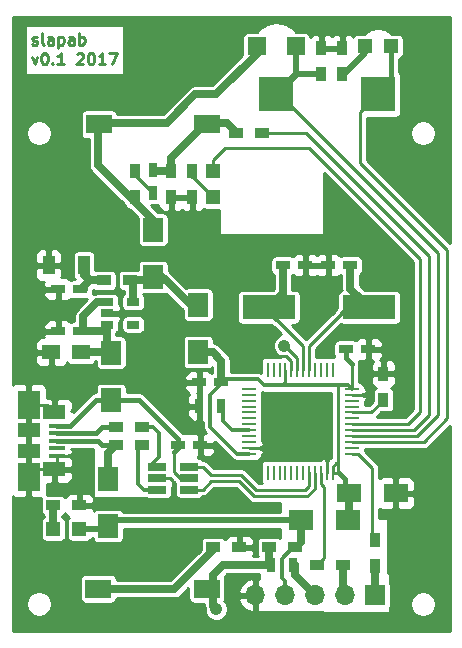
<source format=gbr>
G04 #@! TF.FileFunction,Copper,L1,Top,Signal*
%FSLAX46Y46*%
G04 Gerber Fmt 4.6, Leading zero omitted, Abs format (unit mm)*
G04 Created by KiCad (PCBNEW 4.0.6) date Sat Apr  8 16:23:50 2017*
%MOMM*%
%LPD*%
G01*
G04 APERTURE LIST*
%ADD10C,0.050000*%
%ADD11C,0.241300*%
%ADD12R,1.200000X0.750000*%
%ADD13R,1.500000X1.250000*%
%ADD14R,1.000000X1.600000*%
%ADD15R,0.750000X1.200000*%
%ADD16R,1.200000X1.200000*%
%ADD17R,3.000000X3.000000*%
%ADD18R,1.200000X0.900000*%
%ADD19R,0.900000X1.200000*%
%ADD20R,2.180000X1.600000*%
%ADD21R,1.560000X0.650000*%
%ADD22R,0.250000X1.300000*%
%ADD23R,1.300000X0.250000*%
%ADD24R,4.500000X2.000000*%
%ADD25R,1.500000X1.500000*%
%ADD26R,2.000000X1.600000*%
%ADD27R,2.000000X1.700000*%
%ADD28R,1.700000X2.000000*%
%ADD29R,1.060000X0.650000*%
%ADD30R,0.700000X1.300000*%
%ADD31R,1.900000X2.375000*%
%ADD32R,1.900000X1.175000*%
%ADD33R,1.900000X1.147000*%
%ADD34R,1.380000X0.381000*%
%ADD35R,1.700000X1.700000*%
%ADD36O,1.700000X1.700000*%
%ADD37C,1.066800*%
%ADD38C,0.635000*%
%ADD39C,0.254000*%
%ADD40C,0.279400*%
%ADD41C,0.406400*%
%ADD42C,0.304800*%
%ADD43C,0.508000*%
%ADD44C,0.381000*%
%ADD45C,0.292100*%
%ADD46C,0.457200*%
%ADD47C,0.355600*%
%ADD48C,0.330200*%
G04 APERTURE END LIST*
D10*
D11*
X79685848Y-91494126D02*
X79777771Y-91540088D01*
X79961619Y-91540088D01*
X80053543Y-91494126D01*
X80099505Y-91402202D01*
X80099505Y-91356240D01*
X80053543Y-91264317D01*
X79961619Y-91218355D01*
X79823733Y-91218355D01*
X79731810Y-91172393D01*
X79685848Y-91080469D01*
X79685848Y-91034507D01*
X79731810Y-90942583D01*
X79823733Y-90896621D01*
X79961619Y-90896621D01*
X80053543Y-90942583D01*
X80651047Y-91540088D02*
X80559123Y-91494126D01*
X80513162Y-91402202D01*
X80513162Y-90574888D01*
X81432400Y-91540088D02*
X81432400Y-91034507D01*
X81386438Y-90942583D01*
X81294514Y-90896621D01*
X81110666Y-90896621D01*
X81018743Y-90942583D01*
X81432400Y-91494126D02*
X81340476Y-91540088D01*
X81110666Y-91540088D01*
X81018743Y-91494126D01*
X80972781Y-91402202D01*
X80972781Y-91310279D01*
X81018743Y-91218355D01*
X81110666Y-91172393D01*
X81340476Y-91172393D01*
X81432400Y-91126431D01*
X81892019Y-90896621D02*
X81892019Y-91861821D01*
X81892019Y-90942583D02*
X81983942Y-90896621D01*
X82167790Y-90896621D01*
X82259714Y-90942583D01*
X82305676Y-90988545D01*
X82351638Y-91080469D01*
X82351638Y-91356240D01*
X82305676Y-91448164D01*
X82259714Y-91494126D01*
X82167790Y-91540088D01*
X81983942Y-91540088D01*
X81892019Y-91494126D01*
X83178952Y-91540088D02*
X83178952Y-91034507D01*
X83132990Y-90942583D01*
X83041066Y-90896621D01*
X82857218Y-90896621D01*
X82765295Y-90942583D01*
X83178952Y-91494126D02*
X83087028Y-91540088D01*
X82857218Y-91540088D01*
X82765295Y-91494126D01*
X82719333Y-91402202D01*
X82719333Y-91310279D01*
X82765295Y-91218355D01*
X82857218Y-91172393D01*
X83087028Y-91172393D01*
X83178952Y-91126431D01*
X83638571Y-91540088D02*
X83638571Y-90574888D01*
X83638571Y-90942583D02*
X83730494Y-90896621D01*
X83914342Y-90896621D01*
X84006266Y-90942583D01*
X84052228Y-90988545D01*
X84098190Y-91080469D01*
X84098190Y-91356240D01*
X84052228Y-91448164D01*
X84006266Y-91494126D01*
X83914342Y-91540088D01*
X83730494Y-91540088D01*
X83638571Y-91494126D01*
X79639886Y-92585721D02*
X79869695Y-93229188D01*
X80099505Y-92585721D01*
X80651047Y-92263988D02*
X80742971Y-92263988D01*
X80834895Y-92309950D01*
X80880857Y-92355912D01*
X80926819Y-92447836D01*
X80972780Y-92631683D01*
X80972780Y-92861493D01*
X80926819Y-93045340D01*
X80880857Y-93137264D01*
X80834895Y-93183226D01*
X80742971Y-93229188D01*
X80651047Y-93229188D01*
X80559123Y-93183226D01*
X80513161Y-93137264D01*
X80467200Y-93045340D01*
X80421238Y-92861493D01*
X80421238Y-92631683D01*
X80467200Y-92447836D01*
X80513161Y-92355912D01*
X80559123Y-92309950D01*
X80651047Y-92263988D01*
X81386438Y-93137264D02*
X81432399Y-93183226D01*
X81386438Y-93229188D01*
X81340476Y-93183226D01*
X81386438Y-93137264D01*
X81386438Y-93229188D01*
X82351637Y-93229188D02*
X81800095Y-93229188D01*
X82075866Y-93229188D02*
X82075866Y-92263988D01*
X81983942Y-92401874D01*
X81892018Y-92493798D01*
X81800095Y-92539760D01*
X83454723Y-92355912D02*
X83500685Y-92309950D01*
X83592608Y-92263988D01*
X83822418Y-92263988D01*
X83914342Y-92309950D01*
X83960304Y-92355912D01*
X84006265Y-92447836D01*
X84006265Y-92539760D01*
X83960304Y-92677645D01*
X83408761Y-93229188D01*
X84006265Y-93229188D01*
X84603770Y-92263988D02*
X84695694Y-92263988D01*
X84787618Y-92309950D01*
X84833580Y-92355912D01*
X84879542Y-92447836D01*
X84925503Y-92631683D01*
X84925503Y-92861493D01*
X84879542Y-93045340D01*
X84833580Y-93137264D01*
X84787618Y-93183226D01*
X84695694Y-93229188D01*
X84603770Y-93229188D01*
X84511846Y-93183226D01*
X84465884Y-93137264D01*
X84419923Y-93045340D01*
X84373961Y-92861493D01*
X84373961Y-92631683D01*
X84419923Y-92447836D01*
X84465884Y-92355912D01*
X84511846Y-92309950D01*
X84603770Y-92263988D01*
X85844741Y-93229188D02*
X85293199Y-93229188D01*
X85568970Y-93229188D02*
X85568970Y-92263988D01*
X85477046Y-92401874D01*
X85385122Y-92493798D01*
X85293199Y-92539760D01*
X86166475Y-92263988D02*
X86809941Y-92263988D01*
X86396284Y-93229188D01*
D12*
X83754000Y-115824000D03*
X81854000Y-115824000D03*
X100904000Y-110236000D03*
X102804000Y-110236000D03*
D13*
X81300000Y-117602000D03*
X83800000Y-117602000D03*
D12*
X106614000Y-110236000D03*
X104714000Y-110236000D03*
X93792000Y-120142000D03*
X95692000Y-120142000D03*
D14*
X84050000Y-110236000D03*
X81050000Y-110236000D03*
D12*
X83754000Y-112268000D03*
X81854000Y-112268000D03*
X93914000Y-125476000D03*
X92014000Y-125476000D03*
D15*
X89916000Y-104074000D03*
X89916000Y-102174000D03*
D12*
X106238000Y-117348000D03*
X108138000Y-117348000D03*
D16*
X83661208Y-132585382D03*
X81461208Y-132585382D03*
X94996000Y-102278000D03*
X94996000Y-104478000D03*
X110066000Y-91694000D03*
X107866000Y-91694000D03*
D17*
X108966000Y-95758000D03*
X100330000Y-95758000D03*
D18*
X83650000Y-130556000D03*
X81450000Y-130556000D03*
D19*
X93218000Y-104478000D03*
X93218000Y-102278000D03*
D18*
X88984000Y-125476000D03*
X86784000Y-125476000D03*
X88984000Y-123952000D03*
X86784000Y-123952000D03*
X87968000Y-111506000D03*
X85768000Y-111506000D03*
X101938000Y-134112000D03*
X99738000Y-134112000D03*
X94996000Y-134112000D03*
X97196000Y-134112000D03*
X106002000Y-135636000D03*
X103802000Y-135636000D03*
D19*
X108712000Y-135720000D03*
X108712000Y-133520000D03*
X88392000Y-102278000D03*
X88392000Y-104478000D03*
X91440000Y-104478000D03*
X91440000Y-102278000D03*
X105918000Y-91864000D03*
X105918000Y-94064000D03*
X104140000Y-91864000D03*
X104140000Y-94064000D03*
D20*
X85275200Y-137617200D03*
X94455200Y-137617200D03*
D21*
X90264000Y-127320000D03*
X90264000Y-128270000D03*
X90264000Y-129220000D03*
X92964000Y-129220000D03*
X92964000Y-127320000D03*
X92964000Y-128270000D03*
D22*
X105112000Y-119094000D03*
X104612000Y-119094000D03*
X104112000Y-119094000D03*
X103612000Y-119094000D03*
X103112000Y-119094000D03*
X102612000Y-119094000D03*
X102112000Y-119094000D03*
X101612000Y-119094000D03*
X101112000Y-119094000D03*
X100612000Y-119094000D03*
X100112000Y-119094000D03*
X99612000Y-119094000D03*
D23*
X98012000Y-120694000D03*
X98012000Y-121194000D03*
X98012000Y-121694000D03*
X98012000Y-122194000D03*
X98012000Y-122694000D03*
X98012000Y-123194000D03*
X98012000Y-123694000D03*
X98012000Y-124194000D03*
X98012000Y-124694000D03*
X98012000Y-125194000D03*
X98012000Y-125694000D03*
X98012000Y-126194000D03*
D22*
X99612000Y-127794000D03*
X100112000Y-127794000D03*
X100612000Y-127794000D03*
X101112000Y-127794000D03*
X101612000Y-127794000D03*
X102112000Y-127794000D03*
X102612000Y-127794000D03*
X103112000Y-127794000D03*
X103612000Y-127794000D03*
X104112000Y-127794000D03*
X104612000Y-127794000D03*
X105112000Y-127794000D03*
D23*
X106712000Y-126194000D03*
X106712000Y-125694000D03*
X106712000Y-125194000D03*
X106712000Y-124694000D03*
X106712000Y-124194000D03*
X106712000Y-123694000D03*
X106712000Y-123194000D03*
X106712000Y-122694000D03*
X106712000Y-122194000D03*
X106712000Y-121694000D03*
X106712000Y-121194000D03*
X106712000Y-120694000D03*
D24*
X99704000Y-113792000D03*
X108204000Y-113792000D03*
D18*
X99144000Y-99060000D03*
X96944000Y-99060000D03*
D19*
X109410500Y-121623000D03*
X109410500Y-119423000D03*
D25*
X98680000Y-91694000D03*
X101980000Y-91694000D03*
D26*
X106458000Y-129540000D03*
X110458000Y-129540000D03*
D27*
X106394000Y-131826000D03*
X102394000Y-131826000D03*
D28*
X86360000Y-121634000D03*
X86360000Y-117634000D03*
D29*
X86022000Y-113350000D03*
X86022000Y-114300000D03*
X86022000Y-115250000D03*
X88222000Y-115250000D03*
X88222000Y-113350000D03*
D28*
X93726000Y-117570000D03*
X93726000Y-113570000D03*
X89916000Y-107220000D03*
X89916000Y-111220000D03*
D30*
X95692000Y-122174000D03*
X93792000Y-122174000D03*
X101788000Y-135636000D03*
X99888000Y-135636000D03*
D31*
X79375000Y-122047000D03*
X79375000Y-128143000D03*
D32*
X79375000Y-124206000D03*
X79375000Y-125984000D03*
D33*
X81534000Y-122682000D03*
X81534000Y-127508000D03*
D34*
X81788000Y-123825000D03*
X81788000Y-124460000D03*
X81788000Y-125095000D03*
X81788000Y-125730000D03*
X81788000Y-126365000D03*
D20*
X85326000Y-98298000D03*
X94506000Y-98298000D03*
D35*
X108712000Y-138176000D03*
D36*
X106172000Y-138176000D03*
X103632000Y-138176000D03*
X101092000Y-138176000D03*
X98552000Y-138176000D03*
D28*
X86106000Y-128302000D03*
X86106000Y-132302000D03*
D37*
X101028500Y-117030500D03*
X95250000Y-139339000D03*
D38*
X86022000Y-113350000D02*
X85185498Y-113350000D01*
X85185498Y-113350000D02*
X84008000Y-114527498D01*
X84008000Y-114527498D02*
X84008000Y-114814000D01*
X84008000Y-114814000D02*
X84008000Y-115824000D01*
X86022000Y-115250000D02*
X86022000Y-115824000D01*
X86022000Y-115824000D02*
X86022000Y-117296000D01*
X84008000Y-115824000D02*
X86022000Y-115824000D01*
X83800000Y-117602000D02*
X86328000Y-117602000D01*
X86328000Y-117602000D02*
X86360000Y-117634000D01*
X86022000Y-117296000D02*
X86360000Y-117634000D01*
D39*
X104612000Y-127794000D02*
X104612000Y-126274000D01*
X104612000Y-126274000D02*
X104648000Y-126238000D01*
X104648000Y-126238000D02*
X104648000Y-126672000D01*
X104648000Y-126672000D02*
X104521000Y-126799000D01*
X98012000Y-125694000D02*
X99786000Y-125694000D01*
X99786000Y-125694000D02*
X99822000Y-125730000D01*
X99822000Y-125730000D02*
X99134000Y-125730000D01*
X99134000Y-125730000D02*
X99007000Y-125603000D01*
X79375000Y-122047000D02*
X80899000Y-122047000D01*
X80899000Y-122047000D02*
X81534000Y-122682000D01*
X101193600Y-117906800D02*
X99822000Y-117906800D01*
X101600000Y-118313200D02*
X101193600Y-117906800D01*
X101612000Y-119094000D02*
X101600000Y-119082000D01*
X101600000Y-119082000D02*
X101600000Y-118313200D01*
X109410500Y-119423000D02*
X108706500Y-119423000D01*
X108706500Y-119423000D02*
X108597100Y-119532400D01*
X106712000Y-121194000D02*
X107977500Y-121194000D01*
X107977500Y-121194000D02*
X108013500Y-121158000D01*
X81534000Y-127508000D02*
X80010000Y-127508000D01*
X80010000Y-127508000D02*
X79375000Y-128143000D01*
X81788000Y-126365000D02*
X81788000Y-127254000D01*
X81788000Y-127254000D02*
X81534000Y-127508000D01*
X81788000Y-126365000D02*
X82732000Y-126365000D01*
X82732000Y-126365000D02*
X82757400Y-126339600D01*
D40*
X91567000Y-128513600D02*
X91567000Y-130302000D01*
X90264000Y-128270000D02*
X91323400Y-128270000D01*
X91323400Y-128270000D02*
X91567000Y-128513600D01*
D38*
X100904000Y-110236000D02*
X100904000Y-112592000D01*
X100904000Y-112592000D02*
X99704000Y-113792000D01*
D40*
X102612000Y-117090000D02*
X100330000Y-114808000D01*
X100330000Y-114808000D02*
X100212000Y-114690000D01*
D41*
X99704000Y-113792000D02*
X99704000Y-114182000D01*
X99704000Y-114182000D02*
X100330000Y-114808000D01*
D40*
X102612000Y-119094000D02*
X102612000Y-117090000D01*
D41*
X100208000Y-113288000D02*
X99704000Y-113792000D01*
D38*
X106614000Y-110236000D02*
X106614000Y-112202000D01*
X106614000Y-112202000D02*
X108204000Y-113792000D01*
D40*
X103112000Y-117106000D02*
X105918000Y-114300000D01*
D41*
X108204000Y-113792000D02*
X106426000Y-113792000D01*
X106426000Y-113792000D02*
X105918000Y-114300000D01*
D40*
X103112000Y-119094000D02*
X103112000Y-117106000D01*
D38*
X84050000Y-110236000D02*
X84050000Y-111023000D01*
X84050000Y-111023000D02*
X84533000Y-111506000D01*
X84074000Y-112268000D02*
X84074000Y-111965000D01*
X84074000Y-111965000D02*
X84533000Y-111506000D01*
X84533000Y-111506000D02*
X85768000Y-111506000D01*
X83754000Y-112268000D02*
X84074000Y-112268000D01*
D40*
X105537000Y-127773400D02*
X105537000Y-127000000D01*
D39*
X105112000Y-127298000D02*
X105410000Y-127000000D01*
D40*
X105537000Y-127000000D02*
X105537000Y-120523000D01*
D39*
X105410000Y-127000000D02*
X105537000Y-127000000D01*
X105112000Y-127794000D02*
X105112000Y-127298000D01*
X105516400Y-127794000D02*
X105112000Y-127794000D01*
D42*
X106414000Y-120396000D02*
X105664000Y-120396000D01*
X105664000Y-120396000D02*
X104902000Y-120396000D01*
D40*
X105537000Y-120523000D02*
X105664000Y-120396000D01*
X105516400Y-127794000D02*
X105537000Y-127773400D01*
D43*
X86106000Y-132302000D02*
X86392000Y-132302000D01*
X86392000Y-132302000D02*
X86868000Y-131826000D01*
X86868000Y-131826000D02*
X102394000Y-131826000D01*
D42*
X96520000Y-119888000D02*
X95758000Y-119888000D01*
X94742000Y-121176800D02*
X94742000Y-123952000D01*
X95758000Y-119888000D02*
X95758000Y-120160800D01*
X94742000Y-123952000D02*
X96984000Y-126194000D01*
X95758000Y-120160800D02*
X94742000Y-121176800D01*
X96984000Y-126194000D02*
X97057200Y-126194000D01*
X97057200Y-126194000D02*
X98012000Y-126194000D01*
X96520000Y-119888000D02*
X98806000Y-119888000D01*
X96520000Y-119888000D02*
X95946000Y-119888000D01*
X95946000Y-119888000D02*
X95692000Y-120142000D01*
D38*
X95692000Y-120142000D02*
X95692000Y-118298000D01*
X95692000Y-118298000D02*
X94964000Y-117570000D01*
X94964000Y-117570000D02*
X93726000Y-117570000D01*
X85233982Y-98169386D02*
X91060614Y-98169386D01*
X91060614Y-98169386D02*
X93472000Y-95758000D01*
X93472000Y-95758000D02*
X95250000Y-95758000D01*
X95250000Y-95758000D02*
X98680000Y-92328000D01*
X87968000Y-111506000D02*
X89630000Y-111506000D01*
X89630000Y-111506000D02*
X89916000Y-111220000D01*
X89916000Y-111220000D02*
X90678000Y-111220000D01*
X90678000Y-111220000D02*
X90964000Y-111506000D01*
X93726000Y-113538000D02*
X92996000Y-113538000D01*
X92996000Y-113538000D02*
X90964000Y-111506000D01*
X90964000Y-111506000D02*
X87968000Y-111506000D01*
X85233982Y-101743982D02*
X89154000Y-105664000D01*
X89154000Y-105664000D02*
X89916000Y-106426000D01*
X88392000Y-104478000D02*
X88392000Y-104902000D01*
X88392000Y-104902000D02*
X89154000Y-105664000D01*
X85233982Y-98169386D02*
X85233982Y-101743982D01*
X89916000Y-106426000D02*
X89916000Y-107220000D01*
X88222000Y-113350000D02*
X88222000Y-111760000D01*
X88222000Y-111760000D02*
X87968000Y-111506000D01*
D43*
X83661208Y-132585382D02*
X85822618Y-132585382D01*
X85822618Y-132585382D02*
X86106000Y-132302000D01*
X102394000Y-131826000D02*
X102394000Y-131604000D01*
D42*
X100838000Y-135062000D02*
X100838000Y-136719919D01*
X100838000Y-136719919D02*
X101092000Y-136973919D01*
X101092000Y-136973919D02*
X101092000Y-138176000D01*
X101938000Y-134112000D02*
X101788000Y-134112000D01*
X101788000Y-134112000D02*
X100838000Y-135062000D01*
D41*
X101938000Y-134112000D02*
X101686238Y-134112000D01*
D38*
X102394000Y-131826000D02*
X102394000Y-133656000D01*
D41*
X102394000Y-133656000D02*
X101938000Y-134112000D01*
D38*
X106458000Y-129540000D02*
X106458000Y-131762000D01*
D41*
X106458000Y-131762000D02*
X106394000Y-131826000D01*
D42*
X104902000Y-120396000D02*
X101092000Y-120396000D01*
D44*
X106172000Y-128778000D02*
X106172000Y-128342000D01*
X106172000Y-129794000D02*
X106172000Y-128778000D01*
X106172000Y-128342000D02*
X105624000Y-127794000D01*
D41*
X98680000Y-91694000D02*
X98680000Y-92328000D01*
D39*
X106712000Y-120694000D02*
X106414000Y-120396000D01*
D42*
X101092000Y-120396000D02*
X101092000Y-120232098D01*
X101092000Y-120232098D02*
X101112000Y-120212098D01*
X99314000Y-120396000D02*
X101092000Y-120396000D01*
D39*
X101112000Y-120212098D02*
X101112000Y-119094000D01*
D42*
X98806000Y-119888000D02*
X99314000Y-120396000D01*
D44*
X106238000Y-117348000D02*
X106238000Y-118104000D01*
X106238000Y-118104000D02*
X106712000Y-118578000D01*
D40*
X106712000Y-118578000D02*
X106712000Y-120678499D01*
X88392000Y-102278000D02*
X88392000Y-102550000D01*
X88392000Y-102550000D02*
X89916000Y-104074000D01*
D38*
X91440000Y-102278000D02*
X90066000Y-102278000D01*
X90066000Y-102278000D02*
X89916000Y-102428000D01*
X94413982Y-98169386D02*
X91440000Y-101143368D01*
X91440000Y-101143368D02*
X91440000Y-102362000D01*
X94413982Y-98169386D02*
X96137386Y-98169386D01*
X96137386Y-98169386D02*
X96774000Y-98806000D01*
D41*
X94413982Y-98169386D02*
X94063213Y-98520155D01*
D38*
X81450000Y-130556000D02*
X81450000Y-132574174D01*
D43*
X81450000Y-132574174D02*
X81461208Y-132585382D01*
D45*
X110994000Y-123694000D02*
X111510000Y-123694000D01*
X111510000Y-123694000D02*
X112522000Y-122682000D01*
X112522000Y-109705790D02*
X103146210Y-100330000D01*
X112522000Y-122682000D02*
X112522000Y-109705790D01*
X94996000Y-101322400D02*
X94996000Y-102278000D01*
X103146210Y-100330000D02*
X95988400Y-100330000D01*
X95988400Y-100330000D02*
X94996000Y-101322400D01*
X110994000Y-123694000D02*
X110998000Y-123698000D01*
X106712000Y-123694000D02*
X110994000Y-123694000D01*
D42*
X94996000Y-104478000D02*
X93218000Y-102700000D01*
D46*
X93218000Y-102700000D02*
X93218000Y-102278000D01*
D45*
X108966000Y-95758000D02*
X107442000Y-97282000D01*
X107442000Y-101600000D02*
X114808000Y-108966000D01*
X112804000Y-125194000D02*
X111986000Y-125194000D01*
X107442000Y-97282000D02*
X107442000Y-101600000D01*
X111986000Y-125194000D02*
X106712000Y-125194000D01*
X114808000Y-108966000D02*
X114808000Y-123190000D01*
X114808000Y-123190000D02*
X112804000Y-125194000D01*
D41*
X110066000Y-91694000D02*
X110066000Y-94658000D01*
X110066000Y-94658000D02*
X108966000Y-95758000D01*
D43*
X105918000Y-94064000D02*
X105918000Y-93980000D01*
X105918000Y-93980000D02*
X106172000Y-93980000D01*
X106172000Y-93980000D02*
X107866000Y-92286000D01*
X107866000Y-92286000D02*
X107866000Y-91694000D01*
D41*
X85090000Y-124460000D02*
X85598000Y-123952000D01*
X85598000Y-123952000D02*
X86784000Y-123952000D01*
X81788000Y-124460000D02*
X85090000Y-124460000D01*
X81788000Y-125095000D02*
X85217000Y-125095000D01*
X85598000Y-125476000D02*
X86784000Y-125476000D01*
X85217000Y-125095000D02*
X85598000Y-125476000D01*
X86784000Y-125476000D02*
X86530000Y-125730000D01*
D38*
X86106000Y-127424000D02*
X86106000Y-126154000D01*
X86106000Y-126154000D02*
X86784000Y-125476000D01*
X106002000Y-135636000D02*
X106002000Y-138006000D01*
D40*
X106002000Y-138006000D02*
X106172000Y-138176000D01*
D38*
X101938000Y-135636000D02*
X101938000Y-136482000D01*
X101938000Y-136482000D02*
X103632000Y-138176000D01*
D45*
X106712000Y-124694000D02*
X112288000Y-124694000D01*
X114046000Y-122936000D02*
X114046000Y-109220000D01*
X114046000Y-109220000D02*
X106172000Y-101346000D01*
X106172000Y-101346000D02*
X102870000Y-98044000D01*
X100584000Y-95758000D02*
X102870000Y-98044000D01*
X112776000Y-124206000D02*
X114046000Y-122936000D01*
X112288000Y-124694000D02*
X112776000Y-124206000D01*
D43*
X104140000Y-93980000D02*
X104056000Y-94064000D01*
X104056000Y-94064000D02*
X102024000Y-94064000D01*
D41*
X100330000Y-95758000D02*
X100584000Y-95758000D01*
D43*
X102024000Y-94064000D02*
X101980000Y-94020000D01*
X101980000Y-94020000D02*
X101980000Y-91694000D01*
X102024000Y-94064000D02*
X100330000Y-95758000D01*
D41*
X101980000Y-91694000D02*
X101980000Y-94108000D01*
X101980000Y-94108000D02*
X100330000Y-95758000D01*
X101430000Y-91144000D02*
X101980000Y-91694000D01*
D47*
X90264000Y-129220000D02*
X89128400Y-129220000D01*
X89128400Y-129220000D02*
X88646000Y-128737600D01*
X88646000Y-128737600D02*
X88646000Y-125730000D01*
X88646000Y-125730000D02*
X88900000Y-125476000D01*
X88900000Y-125476000D02*
X88950000Y-125476000D01*
X88950000Y-125476000D02*
X88984000Y-125476000D01*
D48*
X88984000Y-123952000D02*
X89914200Y-123952000D01*
X89916000Y-127000000D02*
X90236000Y-127320000D01*
X89914200Y-123952000D02*
X90424000Y-124461800D01*
X90424000Y-124461800D02*
X90424000Y-126492000D01*
X90424000Y-126492000D02*
X89916000Y-127000000D01*
X90236000Y-127320000D02*
X90264000Y-127320000D01*
X88984000Y-123952000D02*
X89408000Y-123952000D01*
D42*
X95842000Y-123444000D02*
X95842000Y-122174000D01*
X95842000Y-123444000D02*
X96592000Y-124194000D01*
X96592000Y-124194000D02*
X98012000Y-124194000D01*
D40*
X106712000Y-122694000D02*
X108393400Y-122694000D01*
X108393400Y-122694000D02*
X109347000Y-121740400D01*
X109347000Y-121740400D02*
X109347000Y-121666000D01*
X101328499Y-117330499D02*
X101028500Y-117030500D01*
X102112000Y-118114000D02*
X101328499Y-117330499D01*
X102112000Y-119094000D02*
X102112000Y-118114000D01*
D38*
X95014000Y-137668000D02*
X95014000Y-139103000D01*
X95014000Y-139103000D02*
X95250000Y-139339000D01*
X95014000Y-137668000D02*
X95014000Y-136461600D01*
X98731600Y-135636000D02*
X99738000Y-135636000D01*
X95839600Y-135636000D02*
X98731600Y-135636000D01*
X95014000Y-136461600D02*
X95839600Y-135636000D01*
X99738000Y-134112000D02*
X99738000Y-135636000D01*
D41*
X94996000Y-134112000D02*
X94996000Y-134366000D01*
D38*
X94996000Y-134366000D02*
X91694000Y-137668000D01*
X91694000Y-137668000D02*
X85834000Y-137668000D01*
D39*
X104147299Y-128715761D02*
X104129761Y-128715761D01*
X104129761Y-128715761D02*
X104112000Y-128698000D01*
X104112000Y-128698000D02*
X104112000Y-127794000D01*
D40*
X104394000Y-128962462D02*
X104394000Y-135044000D01*
X104147299Y-128715761D02*
X104394000Y-128962462D01*
X104394000Y-135044000D02*
X103802000Y-135636000D01*
X108712000Y-133520000D02*
X108458000Y-133266000D01*
X108458000Y-133266000D02*
X108458000Y-127415000D01*
X108458000Y-127415000D02*
X107237000Y-126194000D01*
X107237000Y-126194000D02*
X106712000Y-126194000D01*
D45*
X106712000Y-124194000D02*
X112026000Y-124194000D01*
X112026000Y-124194000D02*
X113284000Y-122936000D01*
X113284000Y-122936000D02*
X113284000Y-109474000D01*
X113284000Y-109474000D02*
X104394000Y-100584000D01*
X104394000Y-100584000D02*
X103632000Y-99822000D01*
X103632000Y-99822000D02*
X102870000Y-99060000D01*
X102870000Y-99060000D02*
X99060000Y-99060000D01*
D39*
X103612000Y-127782000D02*
X103612000Y-127794000D01*
X103616000Y-129153210D02*
X103616000Y-127778000D01*
X102975210Y-129794000D02*
X103616000Y-129153210D01*
X103616000Y-127778000D02*
X103612000Y-127782000D01*
X98446790Y-129794000D02*
X102975210Y-129794000D01*
X97176790Y-128524000D02*
X98446790Y-129794000D01*
X94830000Y-128524000D02*
X97176790Y-128524000D01*
X94134000Y-129220000D02*
X94830000Y-128524000D01*
X92964000Y-129220000D02*
X94134000Y-129220000D01*
X103124000Y-127762000D02*
X103112000Y-127774000D01*
X98657210Y-129286000D02*
X102764790Y-129286000D01*
X94134000Y-127320000D02*
X94830000Y-128016000D01*
X94830000Y-128016000D02*
X97387210Y-128016000D01*
X92964000Y-127320000D02*
X94134000Y-127320000D01*
X102764790Y-129286000D02*
X103124000Y-128926790D01*
X103124000Y-128926790D02*
X103124000Y-127762000D01*
X97387210Y-128016000D02*
X98657210Y-129286000D01*
X103112000Y-127774000D02*
X103112000Y-127794000D01*
D38*
X108712000Y-135720000D02*
X108712000Y-138176000D01*
D40*
X108946000Y-138176000D02*
X108712000Y-138176000D01*
D41*
X86360000Y-121634000D02*
X88699400Y-121634000D01*
X88699400Y-121634000D02*
X92014000Y-124948600D01*
X92014000Y-124948600D02*
X92014000Y-125730000D01*
D40*
X91694000Y-126050000D02*
X91694000Y-127762000D01*
X91694000Y-127762000D02*
X92202000Y-128270000D01*
X92202000Y-128270000D02*
X92964000Y-128270000D01*
D41*
X81788000Y-123825000D02*
X82884400Y-123825000D01*
X82884400Y-123825000D02*
X85075400Y-121634000D01*
X85075400Y-121634000D02*
X86360000Y-121634000D01*
D44*
X92014000Y-125730000D02*
X91694000Y-126050000D01*
D39*
G36*
X115037800Y-108342676D02*
X108045250Y-101350126D01*
X108045250Y-99060000D01*
X111675839Y-99060000D01*
X111759584Y-99481013D01*
X111998069Y-99837931D01*
X112354987Y-100076416D01*
X112776000Y-100160161D01*
X113197013Y-100076416D01*
X113553931Y-99837931D01*
X113792416Y-99481013D01*
X113876161Y-99060000D01*
X113792416Y-98638987D01*
X113553931Y-98282069D01*
X113197013Y-98043584D01*
X112776000Y-97959839D01*
X112354987Y-98043584D01*
X111998069Y-98282069D01*
X111759584Y-98638987D01*
X111675839Y-99060000D01*
X108045250Y-99060000D01*
X108045250Y-97724157D01*
X110466000Y-97724157D01*
X110635428Y-97692277D01*
X110791038Y-97592145D01*
X110895430Y-97439361D01*
X110932157Y-97258000D01*
X110932157Y-94258000D01*
X110900277Y-94088572D01*
X110800145Y-93932962D01*
X110726400Y-93882575D01*
X110726400Y-92748792D01*
X110835428Y-92728277D01*
X110991038Y-92628145D01*
X111095430Y-92475361D01*
X111132157Y-92294000D01*
X111132157Y-91094000D01*
X111100277Y-90924572D01*
X111000145Y-90768962D01*
X110847361Y-90664570D01*
X110666000Y-90627843D01*
X110079843Y-90627843D01*
X110060743Y-90599257D01*
X109558470Y-90263650D01*
X108966000Y-90145800D01*
X108373530Y-90263650D01*
X107871257Y-90599257D01*
X107852157Y-90627843D01*
X107266000Y-90627843D01*
X107096572Y-90659723D01*
X106940962Y-90759855D01*
X106868270Y-90866245D01*
X106727699Y-90725673D01*
X106494310Y-90629000D01*
X106203750Y-90629000D01*
X106045000Y-90787750D01*
X106045000Y-91737000D01*
X106065000Y-91737000D01*
X106065000Y-91991000D01*
X106045000Y-91991000D01*
X106045000Y-92011000D01*
X105791000Y-92011000D01*
X105791000Y-91991000D01*
X104267000Y-91991000D01*
X104267000Y-92011000D01*
X104013000Y-92011000D01*
X104013000Y-91991000D01*
X103993000Y-91991000D01*
X103993000Y-91737000D01*
X104013000Y-91737000D01*
X104013000Y-90787750D01*
X104267000Y-90787750D01*
X104267000Y-91737000D01*
X105791000Y-91737000D01*
X105791000Y-90787750D01*
X105632250Y-90629000D01*
X105341690Y-90629000D01*
X105108301Y-90725673D01*
X105029000Y-90804974D01*
X104949699Y-90725673D01*
X104716310Y-90629000D01*
X104425750Y-90629000D01*
X104267000Y-90787750D01*
X104013000Y-90787750D01*
X103854250Y-90629000D01*
X103563690Y-90629000D01*
X103330301Y-90725673D01*
X103182826Y-90873149D01*
X103164277Y-90774572D01*
X103064145Y-90618962D01*
X102911361Y-90514570D01*
X102730000Y-90477843D01*
X101967640Y-90477843D01*
X101798818Y-90225182D01*
X101124918Y-89774897D01*
X100330000Y-89616778D01*
X99535082Y-89774897D01*
X98861182Y-90225182D01*
X98692360Y-90477843D01*
X97930000Y-90477843D01*
X97760572Y-90509723D01*
X97604962Y-90609855D01*
X97500570Y-90762639D01*
X97463843Y-90944000D01*
X97463843Y-92444000D01*
X97464566Y-92447843D01*
X94929108Y-94983300D01*
X93472005Y-94983300D01*
X93472000Y-94983299D01*
X93224723Y-95032487D01*
X93175535Y-95042271D01*
X92924204Y-95210204D01*
X92924202Y-95210207D01*
X90739722Y-97394686D01*
X86862717Y-97394686D01*
X86850277Y-97328572D01*
X86750145Y-97172962D01*
X86597361Y-97068570D01*
X86416000Y-97031843D01*
X84236000Y-97031843D01*
X84066572Y-97063723D01*
X83910962Y-97163855D01*
X83806570Y-97316639D01*
X83769843Y-97498000D01*
X83769843Y-99098000D01*
X83801723Y-99267428D01*
X83901855Y-99423038D01*
X84054639Y-99527430D01*
X84236000Y-99564157D01*
X84459282Y-99564157D01*
X84459282Y-101743977D01*
X84459281Y-101743982D01*
X84500878Y-101953100D01*
X84518253Y-102040447D01*
X84627034Y-102203250D01*
X84686186Y-102291778D01*
X87476639Y-105082230D01*
X87507723Y-105247428D01*
X87607855Y-105403038D01*
X87760639Y-105507430D01*
X87937693Y-105543285D01*
X88272613Y-105878204D01*
X88602296Y-106207887D01*
X88599843Y-106220000D01*
X88599843Y-108220000D01*
X88631723Y-108389428D01*
X88731855Y-108545038D01*
X88884639Y-108649430D01*
X89066000Y-108686157D01*
X90766000Y-108686157D01*
X90935428Y-108654277D01*
X91091038Y-108554145D01*
X91195430Y-108401361D01*
X91232157Y-108220000D01*
X91232157Y-106220000D01*
X91200277Y-106050572D01*
X91100145Y-105894962D01*
X90947361Y-105790570D01*
X90766000Y-105753843D01*
X90339434Y-105753843D01*
X89725749Y-105140157D01*
X90291000Y-105140157D01*
X90355000Y-105128115D01*
X90355000Y-105204309D01*
X90451673Y-105437698D01*
X90630301Y-105616327D01*
X90863690Y-105713000D01*
X91154250Y-105713000D01*
X91313000Y-105554250D01*
X91313000Y-104605000D01*
X91567000Y-104605000D01*
X91567000Y-105554250D01*
X91725750Y-105713000D01*
X92016310Y-105713000D01*
X92249699Y-105616327D01*
X92329000Y-105537026D01*
X92408301Y-105616327D01*
X92641690Y-105713000D01*
X92932250Y-105713000D01*
X93091000Y-105554250D01*
X93091000Y-104605000D01*
X91567000Y-104605000D01*
X91313000Y-104605000D01*
X91293000Y-104605000D01*
X91293000Y-104351000D01*
X91313000Y-104351000D01*
X91313000Y-104331000D01*
X91567000Y-104331000D01*
X91567000Y-104351000D01*
X93091000Y-104351000D01*
X93091000Y-104331000D01*
X93345000Y-104331000D01*
X93345000Y-104351000D01*
X93365000Y-104351000D01*
X93365000Y-104605000D01*
X93345000Y-104605000D01*
X93345000Y-105554250D01*
X93503750Y-105713000D01*
X93794310Y-105713000D01*
X94027699Y-105616327D01*
X94168274Y-105475751D01*
X94214639Y-105507430D01*
X94396000Y-105544157D01*
X95478600Y-105544157D01*
X95478600Y-107569000D01*
X95487285Y-107615159D01*
X95514565Y-107657553D01*
X95556190Y-107685994D01*
X95605600Y-107696000D01*
X104216200Y-107696000D01*
X104262359Y-107687315D01*
X104304753Y-107660035D01*
X104333194Y-107618410D01*
X104343200Y-107569000D01*
X104343200Y-102380114D01*
X111918750Y-109955664D01*
X111918750Y-122432126D01*
X111260126Y-123090750D01*
X108840794Y-123090750D01*
X109242387Y-122689157D01*
X109860500Y-122689157D01*
X110029928Y-122657277D01*
X110185538Y-122557145D01*
X110289930Y-122404361D01*
X110326657Y-122223000D01*
X110326657Y-121023000D01*
X110294777Y-120853572D01*
X110194645Y-120697962D01*
X110079791Y-120619486D01*
X110220199Y-120561327D01*
X110398827Y-120382698D01*
X110495500Y-120149309D01*
X110495500Y-119708750D01*
X110336750Y-119550000D01*
X109537500Y-119550000D01*
X109537500Y-119570000D01*
X109283500Y-119570000D01*
X109283500Y-119550000D01*
X108484250Y-119550000D01*
X108325500Y-119708750D01*
X108325500Y-120149309D01*
X108422173Y-120382698D01*
X108600801Y-120561327D01*
X108742460Y-120620004D01*
X108635462Y-120688855D01*
X108531070Y-120841639D01*
X108494343Y-121023000D01*
X108494343Y-121748913D01*
X108146156Y-122097100D01*
X107828157Y-122097100D01*
X107828157Y-122069000D01*
X107803773Y-121939410D01*
X107828157Y-121819000D01*
X107828157Y-121750869D01*
X107900327Y-121678699D01*
X107997000Y-121445310D01*
X107997000Y-121415250D01*
X107838250Y-121256500D01*
X107704213Y-121256500D01*
X107696145Y-121243962D01*
X107623277Y-121194174D01*
X107687038Y-121153145D01*
X107701827Y-121131500D01*
X107838250Y-121131500D01*
X107997000Y-120972750D01*
X107997000Y-120942690D01*
X107900327Y-120709301D01*
X107828157Y-120637131D01*
X107828157Y-120569000D01*
X107796277Y-120399572D01*
X107696145Y-120243962D01*
X107543361Y-120139570D01*
X107362000Y-120102843D01*
X107308900Y-120102843D01*
X107308900Y-118828104D01*
X107310397Y-118825864D01*
X107359700Y-118578000D01*
X107310397Y-118330136D01*
X107297376Y-118310649D01*
X107411691Y-118358000D01*
X107852250Y-118358000D01*
X108011000Y-118199250D01*
X108011000Y-117475000D01*
X108265000Y-117475000D01*
X108265000Y-118199250D01*
X108423750Y-118358000D01*
X108527474Y-118358000D01*
X108422173Y-118463302D01*
X108325500Y-118696691D01*
X108325500Y-119137250D01*
X108484250Y-119296000D01*
X109283500Y-119296000D01*
X109283500Y-118346750D01*
X109537500Y-118346750D01*
X109537500Y-119296000D01*
X110336750Y-119296000D01*
X110495500Y-119137250D01*
X110495500Y-118696691D01*
X110398827Y-118463302D01*
X110220199Y-118284673D01*
X109986810Y-118188000D01*
X109696250Y-118188000D01*
X109537500Y-118346750D01*
X109283500Y-118346750D01*
X109147888Y-118211138D01*
X109276327Y-118082699D01*
X109373000Y-117849310D01*
X109373000Y-117633750D01*
X109214250Y-117475000D01*
X108265000Y-117475000D01*
X108011000Y-117475000D01*
X107991000Y-117475000D01*
X107991000Y-117221000D01*
X108011000Y-117221000D01*
X108011000Y-116496750D01*
X108265000Y-116496750D01*
X108265000Y-117221000D01*
X109214250Y-117221000D01*
X109373000Y-117062250D01*
X109373000Y-116846690D01*
X109276327Y-116613301D01*
X109097698Y-116434673D01*
X108864309Y-116338000D01*
X108423750Y-116338000D01*
X108265000Y-116496750D01*
X108011000Y-116496750D01*
X107852250Y-116338000D01*
X107411691Y-116338000D01*
X107178302Y-116434673D01*
X107049091Y-116563883D01*
X107019361Y-116543570D01*
X106838000Y-116506843D01*
X105638000Y-116506843D01*
X105468572Y-116538723D01*
X105312962Y-116638855D01*
X105208570Y-116791639D01*
X105171843Y-116973000D01*
X105171843Y-117723000D01*
X105203723Y-117892428D01*
X105261935Y-117982893D01*
X105237000Y-117977843D01*
X104987000Y-117977843D01*
X104857410Y-118002227D01*
X104737000Y-117977843D01*
X104487000Y-117977843D01*
X104357410Y-118002227D01*
X104237000Y-117977843D01*
X103987000Y-117977843D01*
X103857410Y-118002227D01*
X103737000Y-117977843D01*
X103708900Y-117977843D01*
X103708900Y-117353244D01*
X105829250Y-115232894D01*
X105954000Y-115258157D01*
X110454000Y-115258157D01*
X110623428Y-115226277D01*
X110779038Y-115126145D01*
X110883430Y-114973361D01*
X110920157Y-114792000D01*
X110920157Y-112792000D01*
X110888277Y-112622572D01*
X110788145Y-112466962D01*
X110635361Y-112362570D01*
X110454000Y-112325843D01*
X107833435Y-112325843D01*
X107388700Y-111881108D01*
X107388700Y-111041885D01*
X107539038Y-110945145D01*
X107643430Y-110792361D01*
X107680157Y-110611000D01*
X107680157Y-109861000D01*
X107648277Y-109691572D01*
X107548145Y-109535962D01*
X107395361Y-109431570D01*
X107214000Y-109394843D01*
X106014000Y-109394843D01*
X105844572Y-109426723D01*
X105803912Y-109452887D01*
X105673698Y-109322673D01*
X105440309Y-109226000D01*
X104999750Y-109226000D01*
X104841000Y-109384750D01*
X104841000Y-110109000D01*
X104861000Y-110109000D01*
X104861000Y-110363000D01*
X104841000Y-110363000D01*
X104841000Y-111087250D01*
X104999750Y-111246000D01*
X105440309Y-111246000D01*
X105673698Y-111149327D01*
X105802909Y-111020117D01*
X105832639Y-111040430D01*
X105839300Y-111041779D01*
X105839300Y-112201995D01*
X105839299Y-112202000D01*
X105867183Y-112342179D01*
X105784572Y-112357723D01*
X105628962Y-112457855D01*
X105524570Y-112610639D01*
X105487843Y-112792000D01*
X105487843Y-113796211D01*
X105451027Y-113833027D01*
X105307870Y-114047276D01*
X105303224Y-114070632D01*
X102870000Y-116503856D01*
X101624301Y-115258157D01*
X101954000Y-115258157D01*
X102123428Y-115226277D01*
X102279038Y-115126145D01*
X102383430Y-114973361D01*
X102420157Y-114792000D01*
X102420157Y-112792000D01*
X102388277Y-112622572D01*
X102288145Y-112466962D01*
X102135361Y-112362570D01*
X101954000Y-112325843D01*
X101678700Y-112325843D01*
X101678700Y-111041885D01*
X101714088Y-111019113D01*
X101844302Y-111149327D01*
X102077691Y-111246000D01*
X102518250Y-111246000D01*
X102677000Y-111087250D01*
X102677000Y-110363000D01*
X102931000Y-110363000D01*
X102931000Y-111087250D01*
X103089750Y-111246000D01*
X103530309Y-111246000D01*
X103759000Y-111151273D01*
X103987691Y-111246000D01*
X104428250Y-111246000D01*
X104587000Y-111087250D01*
X104587000Y-110363000D01*
X102931000Y-110363000D01*
X102677000Y-110363000D01*
X102657000Y-110363000D01*
X102657000Y-110109000D01*
X102677000Y-110109000D01*
X102677000Y-109384750D01*
X102931000Y-109384750D01*
X102931000Y-110109000D01*
X104587000Y-110109000D01*
X104587000Y-109384750D01*
X104428250Y-109226000D01*
X103987691Y-109226000D01*
X103759000Y-109320727D01*
X103530309Y-109226000D01*
X103089750Y-109226000D01*
X102931000Y-109384750D01*
X102677000Y-109384750D01*
X102518250Y-109226000D01*
X102077691Y-109226000D01*
X101844302Y-109322673D01*
X101715091Y-109451883D01*
X101685361Y-109431570D01*
X101504000Y-109394843D01*
X100304000Y-109394843D01*
X100134572Y-109426723D01*
X99978962Y-109526855D01*
X99874570Y-109679639D01*
X99837843Y-109861000D01*
X99837843Y-110611000D01*
X99869723Y-110780428D01*
X99969855Y-110936038D01*
X100122639Y-111040430D01*
X100129300Y-111041779D01*
X100129300Y-112271109D01*
X100074566Y-112325843D01*
X97454000Y-112325843D01*
X97284572Y-112357723D01*
X97128962Y-112457855D01*
X97024570Y-112610639D01*
X96987843Y-112792000D01*
X96987843Y-114792000D01*
X97019723Y-114961428D01*
X97119855Y-115117038D01*
X97272639Y-115221430D01*
X97454000Y-115258157D01*
X99846210Y-115258157D01*
X99863027Y-115274974D01*
X100077276Y-115418130D01*
X100100632Y-115422776D01*
X100751131Y-116073275D01*
X100468103Y-116190221D01*
X100189200Y-116468638D01*
X100038072Y-116832593D01*
X100037728Y-117226678D01*
X100188221Y-117590897D01*
X100466638Y-117869800D01*
X100726833Y-117977843D01*
X100487000Y-117977843D01*
X100357410Y-118002227D01*
X100237000Y-117977843D01*
X99987000Y-117977843D01*
X99857410Y-118002227D01*
X99737000Y-117977843D01*
X99487000Y-117977843D01*
X99317572Y-118009723D01*
X99161962Y-118109855D01*
X99057570Y-118262639D01*
X99020843Y-118444000D01*
X99020843Y-119321135D01*
X98806000Y-119278400D01*
X96466700Y-119278400D01*
X96466700Y-118298000D01*
X96407729Y-118001535D01*
X96239796Y-117750204D01*
X96239793Y-117750202D01*
X95511796Y-117022204D01*
X95444143Y-116977000D01*
X95260465Y-116854271D01*
X95211277Y-116844487D01*
X95042157Y-116810846D01*
X95042157Y-116570000D01*
X95010277Y-116400572D01*
X94910145Y-116244962D01*
X94757361Y-116140570D01*
X94576000Y-116103843D01*
X92876000Y-116103843D01*
X92706572Y-116135723D01*
X92550962Y-116235855D01*
X92446570Y-116388639D01*
X92409843Y-116570000D01*
X92409843Y-118570000D01*
X92441723Y-118739428D01*
X92541855Y-118895038D01*
X92694639Y-118999430D01*
X92876000Y-119036157D01*
X94576000Y-119036157D01*
X94745428Y-119004277D01*
X94901038Y-118904145D01*
X94917300Y-118880345D01*
X94917300Y-119336115D01*
X94881912Y-119358887D01*
X94751698Y-119228673D01*
X94518309Y-119132000D01*
X94077750Y-119132000D01*
X93919000Y-119290750D01*
X93919000Y-120015000D01*
X93939000Y-120015000D01*
X93939000Y-120269000D01*
X93919000Y-120269000D01*
X93919000Y-120993250D01*
X93946250Y-121020500D01*
X93919000Y-121047750D01*
X93919000Y-122047000D01*
X93939000Y-122047000D01*
X93939000Y-122301000D01*
X93919000Y-122301000D01*
X93919000Y-123300250D01*
X94077750Y-123459000D01*
X94132400Y-123459000D01*
X94132400Y-123952000D01*
X94178803Y-124185284D01*
X94310948Y-124383052D01*
X94393896Y-124466000D01*
X94199750Y-124466000D01*
X94041000Y-124624750D01*
X94041000Y-125349000D01*
X94990250Y-125349000D01*
X95133573Y-125205677D01*
X96552948Y-126625052D01*
X96750716Y-126757197D01*
X96984000Y-126803600D01*
X98012000Y-126803600D01*
X98104719Y-126785157D01*
X98662000Y-126785157D01*
X98831428Y-126753277D01*
X98987038Y-126653145D01*
X99091430Y-126500361D01*
X99128157Y-126319000D01*
X99128157Y-126250869D01*
X99200327Y-126178699D01*
X99297000Y-125945310D01*
X99297000Y-125915250D01*
X99138250Y-125756500D01*
X99004213Y-125756500D01*
X98996145Y-125743962D01*
X98923277Y-125694174D01*
X98987038Y-125653145D01*
X99001827Y-125631500D01*
X99138250Y-125631500D01*
X99297000Y-125472750D01*
X99297000Y-125442690D01*
X99200327Y-125209301D01*
X99128157Y-125137131D01*
X99128157Y-125069000D01*
X99103773Y-124939410D01*
X99128157Y-124819000D01*
X99128157Y-124569000D01*
X99103773Y-124439410D01*
X99128157Y-124319000D01*
X99128157Y-124069000D01*
X99103773Y-123939410D01*
X99128157Y-123819000D01*
X99128157Y-123569000D01*
X99103773Y-123439410D01*
X99128157Y-123319000D01*
X99128157Y-123069000D01*
X99103773Y-122939410D01*
X99128157Y-122819000D01*
X99128157Y-122569000D01*
X99103773Y-122439410D01*
X99128157Y-122319000D01*
X99128157Y-122069000D01*
X99103773Y-121939410D01*
X99128157Y-121819000D01*
X99128157Y-121569000D01*
X99103773Y-121439410D01*
X99128157Y-121319000D01*
X99128157Y-121069000D01*
X99108537Y-120964731D01*
X99314000Y-121005600D01*
X104940100Y-121005600D01*
X104940100Y-126540807D01*
X104863310Y-126509000D01*
X104833250Y-126509000D01*
X104674500Y-126667750D01*
X104674500Y-126801787D01*
X104661962Y-126809855D01*
X104612174Y-126882723D01*
X104571145Y-126818962D01*
X104549500Y-126804173D01*
X104549500Y-126667750D01*
X104390750Y-126509000D01*
X104360690Y-126509000D01*
X104127301Y-126605673D01*
X104055131Y-126677843D01*
X103987000Y-126677843D01*
X103857410Y-126702227D01*
X103737000Y-126677843D01*
X103487000Y-126677843D01*
X103357410Y-126702227D01*
X103237000Y-126677843D01*
X102987000Y-126677843D01*
X102857410Y-126702227D01*
X102737000Y-126677843D01*
X102487000Y-126677843D01*
X102357410Y-126702227D01*
X102237000Y-126677843D01*
X101987000Y-126677843D01*
X101857410Y-126702227D01*
X101737000Y-126677843D01*
X101487000Y-126677843D01*
X101357410Y-126702227D01*
X101237000Y-126677843D01*
X100987000Y-126677843D01*
X100857410Y-126702227D01*
X100737000Y-126677843D01*
X100487000Y-126677843D01*
X100357410Y-126702227D01*
X100237000Y-126677843D01*
X99987000Y-126677843D01*
X99857410Y-126702227D01*
X99737000Y-126677843D01*
X99487000Y-126677843D01*
X99317572Y-126709723D01*
X99161962Y-126809855D01*
X99057570Y-126962639D01*
X99020843Y-127144000D01*
X99020843Y-128444000D01*
X99052723Y-128613428D01*
X99109589Y-128701800D01*
X98899194Y-128701800D01*
X97800302Y-127602908D01*
X97733746Y-127558437D01*
X97610774Y-127476270D01*
X97387210Y-127431800D01*
X95071984Y-127431800D01*
X94547092Y-126906908D01*
X94357564Y-126780270D01*
X94134000Y-126735800D01*
X94120510Y-126735800D01*
X94078145Y-126669962D01*
X93925361Y-126565570D01*
X93744000Y-126528843D01*
X93726000Y-126528843D01*
X93726000Y-126388250D01*
X93787000Y-126327250D01*
X93787000Y-125603000D01*
X94041000Y-125603000D01*
X94041000Y-126327250D01*
X94199750Y-126486000D01*
X94640309Y-126486000D01*
X94873698Y-126389327D01*
X95052327Y-126210699D01*
X95149000Y-125977310D01*
X95149000Y-125761750D01*
X94990250Y-125603000D01*
X94041000Y-125603000D01*
X93787000Y-125603000D01*
X93767000Y-125603000D01*
X93767000Y-125349000D01*
X93787000Y-125349000D01*
X93787000Y-124624750D01*
X93720612Y-124558362D01*
X93717315Y-124540841D01*
X93690035Y-124498447D01*
X93648410Y-124470006D01*
X93599000Y-124460000D01*
X92459347Y-124460000D01*
X90459097Y-122459750D01*
X92807000Y-122459750D01*
X92807000Y-122950310D01*
X92903673Y-123183699D01*
X93082302Y-123362327D01*
X93315691Y-123459000D01*
X93506250Y-123459000D01*
X93665000Y-123300250D01*
X93665000Y-122301000D01*
X92965750Y-122301000D01*
X92807000Y-122459750D01*
X90459097Y-122459750D01*
X89166373Y-121167027D01*
X88952124Y-121023870D01*
X88699400Y-120973600D01*
X87676157Y-120973600D01*
X87676157Y-120634000D01*
X87644277Y-120464572D01*
X87620583Y-120427750D01*
X92557000Y-120427750D01*
X92557000Y-120643310D01*
X92653673Y-120876699D01*
X92832302Y-121055327D01*
X92959825Y-121108149D01*
X92903673Y-121164301D01*
X92807000Y-121397690D01*
X92807000Y-121888250D01*
X92965750Y-122047000D01*
X93665000Y-122047000D01*
X93665000Y-121047750D01*
X93637750Y-121020500D01*
X93665000Y-120993250D01*
X93665000Y-120269000D01*
X92715750Y-120269000D01*
X92557000Y-120427750D01*
X87620583Y-120427750D01*
X87544145Y-120308962D01*
X87391361Y-120204570D01*
X87210000Y-120167843D01*
X85510000Y-120167843D01*
X85340572Y-120199723D01*
X85184962Y-120299855D01*
X85080570Y-120452639D01*
X85043843Y-120634000D01*
X85043843Y-120979877D01*
X84822676Y-121023870D01*
X84608427Y-121167027D01*
X83119000Y-122656454D01*
X83119000Y-122554998D01*
X82960252Y-122554998D01*
X83119000Y-122396250D01*
X83119000Y-121982190D01*
X83022327Y-121748801D01*
X82843698Y-121570173D01*
X82610309Y-121473500D01*
X81819750Y-121473500D01*
X81661000Y-121632250D01*
X81661000Y-122555000D01*
X81681000Y-122555000D01*
X81681000Y-122809000D01*
X81661000Y-122809000D01*
X81661000Y-122829000D01*
X81407000Y-122829000D01*
X81407000Y-122809000D01*
X81387000Y-122809000D01*
X81387000Y-122555000D01*
X81407000Y-122555000D01*
X81407000Y-121632250D01*
X81248250Y-121473500D01*
X80960000Y-121473500D01*
X80960000Y-120733190D01*
X80863327Y-120499801D01*
X80684698Y-120321173D01*
X80451309Y-120224500D01*
X79660750Y-120224500D01*
X79502000Y-120383250D01*
X79502000Y-121920000D01*
X79522000Y-121920000D01*
X79522000Y-122174000D01*
X79502000Y-122174000D01*
X79502000Y-124079000D01*
X79522000Y-124079000D01*
X79522000Y-124333000D01*
X79502000Y-124333000D01*
X79502000Y-125857000D01*
X79522000Y-125857000D01*
X79522000Y-126111000D01*
X79502000Y-126111000D01*
X79502000Y-128016000D01*
X79522000Y-128016000D01*
X79522000Y-128270000D01*
X79502000Y-128270000D01*
X79502000Y-129806750D01*
X79660750Y-129965500D01*
X80412295Y-129965500D01*
X80383843Y-130106000D01*
X80383843Y-131006000D01*
X80415723Y-131175428D01*
X80515855Y-131331038D01*
X80668639Y-131435430D01*
X80675300Y-131436779D01*
X80675300Y-131561710D01*
X80536170Y-131651237D01*
X80431778Y-131804021D01*
X80395051Y-131985382D01*
X80395051Y-133185382D01*
X80426931Y-133354810D01*
X80527063Y-133510420D01*
X80679847Y-133614812D01*
X80861208Y-133651539D01*
X82061208Y-133651539D01*
X82230636Y-133619659D01*
X82386246Y-133519527D01*
X82490638Y-133366743D01*
X82527365Y-133185382D01*
X82527365Y-131985382D01*
X82495485Y-131815954D01*
X82395353Y-131660344D01*
X82242569Y-131555952D01*
X82224700Y-131552333D01*
X82224700Y-131436885D01*
X82375038Y-131340145D01*
X82453514Y-131225291D01*
X82511673Y-131365699D01*
X82690302Y-131544327D01*
X82819286Y-131597754D01*
X82736170Y-131651237D01*
X82631778Y-131804021D01*
X82595051Y-131985382D01*
X82595051Y-133185382D01*
X82626931Y-133354810D01*
X82727063Y-133510420D01*
X82879847Y-133614812D01*
X83061208Y-133651539D01*
X84261208Y-133651539D01*
X84430636Y-133619659D01*
X84586246Y-133519527D01*
X84690638Y-133366743D01*
X84704846Y-133296582D01*
X84789843Y-133296582D01*
X84789843Y-133302000D01*
X84821723Y-133471428D01*
X84921855Y-133627038D01*
X85074639Y-133731430D01*
X85256000Y-133768157D01*
X86956000Y-133768157D01*
X87125428Y-133736277D01*
X87281038Y-133636145D01*
X87385430Y-133483361D01*
X87422157Y-133302000D01*
X87422157Y-132537200D01*
X100668904Y-132537200D01*
X100686015Y-133358517D01*
X100672145Y-133336962D01*
X100519361Y-133232570D01*
X100338000Y-133195843D01*
X99138000Y-133195843D01*
X98968572Y-133227723D01*
X98812962Y-133327855D01*
X98708570Y-133480639D01*
X98671843Y-133662000D01*
X98671843Y-134562000D01*
X98703723Y-134731428D01*
X98787293Y-134861300D01*
X98359345Y-134861300D01*
X98431000Y-134688310D01*
X98431000Y-134397750D01*
X98272250Y-134239000D01*
X97323000Y-134239000D01*
X97323000Y-134259000D01*
X97069000Y-134259000D01*
X97069000Y-134239000D01*
X97049000Y-134239000D01*
X97049000Y-133985000D01*
X97069000Y-133985000D01*
X97069000Y-133185750D01*
X97323000Y-133185750D01*
X97323000Y-133985000D01*
X98272250Y-133985000D01*
X98431000Y-133826250D01*
X98431000Y-133535690D01*
X98334327Y-133302301D01*
X98155698Y-133123673D01*
X97922309Y-133027000D01*
X97481750Y-133027000D01*
X97323000Y-133185750D01*
X97069000Y-133185750D01*
X96910250Y-133027000D01*
X96469691Y-133027000D01*
X96236302Y-133123673D01*
X96057673Y-133302301D01*
X95998996Y-133443960D01*
X95930145Y-133336962D01*
X95777361Y-133232570D01*
X95596000Y-133195843D01*
X94396000Y-133195843D01*
X94226572Y-133227723D01*
X94070962Y-133327855D01*
X93966570Y-133480639D01*
X93929843Y-133662000D01*
X93929843Y-134336566D01*
X91373108Y-136893300D01*
X86831357Y-136893300D01*
X86831357Y-136817200D01*
X86799477Y-136647772D01*
X86699345Y-136492162D01*
X86546561Y-136387770D01*
X86365200Y-136351043D01*
X84185200Y-136351043D01*
X84015772Y-136382923D01*
X83860162Y-136483055D01*
X83755770Y-136635839D01*
X83719043Y-136817200D01*
X83719043Y-138417200D01*
X83750923Y-138586628D01*
X83851055Y-138742238D01*
X84003839Y-138846630D01*
X84185200Y-138883357D01*
X86365200Y-138883357D01*
X86534628Y-138851477D01*
X86690238Y-138751345D01*
X86794630Y-138598561D01*
X86826193Y-138442700D01*
X91693995Y-138442700D01*
X91694000Y-138442701D01*
X91972658Y-138387271D01*
X91990465Y-138383729D01*
X92241796Y-138215796D01*
X92899043Y-137558549D01*
X92899043Y-138417200D01*
X92930923Y-138586628D01*
X93031055Y-138742238D01*
X93183839Y-138846630D01*
X93365200Y-138883357D01*
X94239300Y-138883357D01*
X94239300Y-139102995D01*
X94239299Y-139103000D01*
X94259517Y-139204638D01*
X94259228Y-139535178D01*
X94409721Y-139899397D01*
X94688138Y-140178300D01*
X95052093Y-140329428D01*
X95446178Y-140329772D01*
X95810397Y-140179279D01*
X96089300Y-139900862D01*
X96240428Y-139536907D01*
X96240772Y-139142822D01*
X96090279Y-138778603D01*
X95948592Y-138636669D01*
X95974630Y-138598561D01*
X95987928Y-138532892D01*
X97110514Y-138532892D01*
X97356817Y-139057358D01*
X97785076Y-139447645D01*
X98195110Y-139617476D01*
X98425000Y-139496155D01*
X98425000Y-138303000D01*
X97231181Y-138303000D01*
X97110514Y-138532892D01*
X95987928Y-138532892D01*
X96011357Y-138417200D01*
X96011357Y-137819108D01*
X97110514Y-137819108D01*
X97231181Y-138049000D01*
X98425000Y-138049000D01*
X98425000Y-136855845D01*
X98195110Y-136734524D01*
X97785076Y-136904355D01*
X97356817Y-137294642D01*
X97110514Y-137819108D01*
X96011357Y-137819108D01*
X96011357Y-136817200D01*
X95979477Y-136647772D01*
X95957529Y-136613663D01*
X96160491Y-136410700D01*
X98831400Y-136410700D01*
X98831400Y-136423400D01*
X98832448Y-136428971D01*
X98835182Y-136773422D01*
X98679000Y-136855845D01*
X98679000Y-138049000D01*
X98699000Y-138049000D01*
X98699000Y-138303000D01*
X98679000Y-138303000D01*
X98679000Y-139496155D01*
X98908890Y-139617476D01*
X98928075Y-139609530D01*
X98934115Y-139613678D01*
X98983502Y-139623800D01*
X109803902Y-139649200D01*
X109850359Y-139640515D01*
X109892753Y-139613235D01*
X109921194Y-139571610D01*
X109931200Y-139522200D01*
X109931200Y-139295511D01*
X109991430Y-139207361D01*
X110028157Y-139026000D01*
X110028157Y-138938000D01*
X111675839Y-138938000D01*
X111759584Y-139359013D01*
X111998069Y-139715931D01*
X112354987Y-139954416D01*
X112776000Y-140038161D01*
X113197013Y-139954416D01*
X113553931Y-139715931D01*
X113792416Y-139359013D01*
X113876161Y-138938000D01*
X113792416Y-138516987D01*
X113553931Y-138160069D01*
X113197013Y-137921584D01*
X112776000Y-137837839D01*
X112354987Y-137921584D01*
X111998069Y-138160069D01*
X111759584Y-138516987D01*
X111675839Y-138938000D01*
X110028157Y-138938000D01*
X110028157Y-137326000D01*
X109996277Y-137156572D01*
X109931200Y-137055439D01*
X109931200Y-136423400D01*
X109922515Y-136377241D01*
X109895235Y-136334847D01*
X109853610Y-136306406D01*
X109804200Y-136296400D01*
X109798451Y-136296400D01*
X109753394Y-131723149D01*
X109744227Y-131677011D01*
X109716507Y-131634903D01*
X109674589Y-131606897D01*
X109625077Y-131597407D01*
X109054900Y-131603346D01*
X109054900Y-130834925D01*
X109098302Y-130878327D01*
X109331691Y-130975000D01*
X110172250Y-130975000D01*
X110331000Y-130816250D01*
X110331000Y-129667000D01*
X110585000Y-129667000D01*
X110585000Y-130816250D01*
X110743750Y-130975000D01*
X111584309Y-130975000D01*
X111817698Y-130878327D01*
X111996327Y-130699699D01*
X112093000Y-130466310D01*
X112093000Y-129825750D01*
X111934250Y-129667000D01*
X110585000Y-129667000D01*
X110331000Y-129667000D01*
X110311000Y-129667000D01*
X110311000Y-129413000D01*
X110331000Y-129413000D01*
X110331000Y-128263750D01*
X110585000Y-128263750D01*
X110585000Y-129413000D01*
X111934250Y-129413000D01*
X112093000Y-129254250D01*
X112093000Y-128613690D01*
X111996327Y-128380301D01*
X111817698Y-128201673D01*
X111584309Y-128105000D01*
X110743750Y-128105000D01*
X110585000Y-128263750D01*
X110331000Y-128263750D01*
X110172250Y-128105000D01*
X109331691Y-128105000D01*
X109098302Y-128201673D01*
X109054900Y-128245075D01*
X109054900Y-127415000D01*
X109009464Y-127186576D01*
X108880072Y-126992928D01*
X107807609Y-125920465D01*
X107828157Y-125819000D01*
X107828157Y-125797250D01*
X112804000Y-125797250D01*
X113034854Y-125751330D01*
X113230562Y-125620562D01*
X115037800Y-123813324D01*
X115037800Y-141199800D01*
X78002200Y-141199800D01*
X78002200Y-138878039D01*
X79163839Y-138878039D01*
X79247584Y-139299052D01*
X79486069Y-139655970D01*
X79842987Y-139894455D01*
X80264000Y-139978200D01*
X80685013Y-139894455D01*
X81041931Y-139655970D01*
X81280416Y-139299052D01*
X81364161Y-138878039D01*
X81280416Y-138457026D01*
X81041931Y-138100108D01*
X80685013Y-137861623D01*
X80264000Y-137777878D01*
X79842987Y-137861623D01*
X79486069Y-138100108D01*
X79247584Y-138457026D01*
X79163839Y-138878039D01*
X78002200Y-138878039D01*
X78002200Y-129805725D01*
X78065302Y-129868827D01*
X78298691Y-129965500D01*
X79089250Y-129965500D01*
X79248000Y-129806750D01*
X79248000Y-128270000D01*
X79228000Y-128270000D01*
X79228000Y-128016000D01*
X79248000Y-128016000D01*
X79248000Y-126111000D01*
X79228000Y-126111000D01*
X79228000Y-125857000D01*
X79248000Y-125857000D01*
X79248000Y-124333000D01*
X79228000Y-124333000D01*
X79228000Y-124079000D01*
X79248000Y-124079000D01*
X79248000Y-122174000D01*
X79228000Y-122174000D01*
X79228000Y-121920000D01*
X79248000Y-121920000D01*
X79248000Y-120383250D01*
X79089250Y-120224500D01*
X78298691Y-120224500D01*
X78065302Y-120321173D01*
X78002200Y-120384275D01*
X78002200Y-119640690D01*
X92557000Y-119640690D01*
X92557000Y-119856250D01*
X92715750Y-120015000D01*
X93665000Y-120015000D01*
X93665000Y-119290750D01*
X93506250Y-119132000D01*
X93065691Y-119132000D01*
X92832302Y-119228673D01*
X92653673Y-119407301D01*
X92557000Y-119640690D01*
X78002200Y-119640690D01*
X78002200Y-117887750D01*
X79915000Y-117887750D01*
X79915000Y-118353310D01*
X80011673Y-118586699D01*
X80190302Y-118765327D01*
X80423691Y-118862000D01*
X81014250Y-118862000D01*
X81173000Y-118703250D01*
X81173000Y-117729000D01*
X80073750Y-117729000D01*
X79915000Y-117887750D01*
X78002200Y-117887750D01*
X78002200Y-115322690D01*
X80619000Y-115322690D01*
X80619000Y-115538250D01*
X80777750Y-115697000D01*
X81727000Y-115697000D01*
X81727000Y-114972750D01*
X81568250Y-114814000D01*
X81127691Y-114814000D01*
X80894302Y-114910673D01*
X80715673Y-115089301D01*
X80619000Y-115322690D01*
X78002200Y-115322690D01*
X78002200Y-112553750D01*
X80619000Y-112553750D01*
X80619000Y-112769310D01*
X80715673Y-113002699D01*
X80894302Y-113181327D01*
X81127691Y-113278000D01*
X81568250Y-113278000D01*
X81727000Y-113119250D01*
X81727000Y-112395000D01*
X80777750Y-112395000D01*
X80619000Y-112553750D01*
X78002200Y-112553750D01*
X78002200Y-110521750D01*
X79915000Y-110521750D01*
X79915000Y-111162310D01*
X80011673Y-111395699D01*
X80190302Y-111574327D01*
X80423691Y-111671000D01*
X80658636Y-111671000D01*
X80619000Y-111766690D01*
X80619000Y-111982250D01*
X80777750Y-112141000D01*
X81727000Y-112141000D01*
X81727000Y-112121000D01*
X81981000Y-112121000D01*
X81981000Y-112141000D01*
X82001000Y-112141000D01*
X82001000Y-112395000D01*
X81981000Y-112395000D01*
X81981000Y-113119250D01*
X82139750Y-113278000D01*
X82580309Y-113278000D01*
X82813698Y-113181327D01*
X82942909Y-113052117D01*
X82972639Y-113072430D01*
X83154000Y-113109157D01*
X84330750Y-113109157D01*
X83460204Y-113979702D01*
X83292271Y-114231033D01*
X83287198Y-114256536D01*
X83233299Y-114527498D01*
X83233300Y-114527503D01*
X83233300Y-114982843D01*
X83154000Y-114982843D01*
X82984572Y-115014723D01*
X82943912Y-115040887D01*
X82813698Y-114910673D01*
X82580309Y-114814000D01*
X82139750Y-114814000D01*
X81981000Y-114972750D01*
X81981000Y-115697000D01*
X82001000Y-115697000D01*
X82001000Y-115951000D01*
X81981000Y-115951000D01*
X81981000Y-115971000D01*
X81727000Y-115971000D01*
X81727000Y-115951000D01*
X80777750Y-115951000D01*
X80619000Y-116109750D01*
X80619000Y-116325310D01*
X80625913Y-116342000D01*
X80423691Y-116342000D01*
X80190302Y-116438673D01*
X80011673Y-116617301D01*
X79915000Y-116850690D01*
X79915000Y-117316250D01*
X80073750Y-117475000D01*
X81173000Y-117475000D01*
X81173000Y-117455000D01*
X81427000Y-117455000D01*
X81427000Y-117475000D01*
X81447000Y-117475000D01*
X81447000Y-117729000D01*
X81427000Y-117729000D01*
X81427000Y-118703250D01*
X81585750Y-118862000D01*
X82176309Y-118862000D01*
X82409698Y-118765327D01*
X82588327Y-118586699D01*
X82647004Y-118445040D01*
X82715855Y-118552038D01*
X82868639Y-118656430D01*
X83050000Y-118693157D01*
X84550000Y-118693157D01*
X84719428Y-118661277D01*
X84875038Y-118561145D01*
X84979430Y-118408361D01*
X84985842Y-118376700D01*
X85043843Y-118376700D01*
X85043843Y-118634000D01*
X85075723Y-118803428D01*
X85175855Y-118959038D01*
X85328639Y-119063430D01*
X85510000Y-119100157D01*
X87210000Y-119100157D01*
X87379428Y-119068277D01*
X87535038Y-118968145D01*
X87639430Y-118815361D01*
X87676157Y-118634000D01*
X87676157Y-116634000D01*
X87644277Y-116464572D01*
X87544145Y-116308962D01*
X87391361Y-116204570D01*
X87210000Y-116167843D01*
X86796700Y-116167843D01*
X86796700Y-115960841D01*
X86877038Y-115909145D01*
X86981430Y-115756361D01*
X87018157Y-115575000D01*
X87018157Y-115056869D01*
X87090327Y-114984699D01*
X87115055Y-114925000D01*
X87225843Y-114925000D01*
X87225843Y-115575000D01*
X87257723Y-115744428D01*
X87357855Y-115900038D01*
X87510639Y-116004430D01*
X87692000Y-116041157D01*
X88752000Y-116041157D01*
X88921428Y-116009277D01*
X89077038Y-115909145D01*
X89181430Y-115756361D01*
X89218157Y-115575000D01*
X89218157Y-114925000D01*
X89186277Y-114755572D01*
X89086145Y-114599962D01*
X88933361Y-114495570D01*
X88752000Y-114458843D01*
X87692000Y-114458843D01*
X87522572Y-114490723D01*
X87366962Y-114590855D01*
X87262570Y-114743639D01*
X87225843Y-114925000D01*
X87115055Y-114925000D01*
X87187000Y-114751310D01*
X87187000Y-114585750D01*
X87028250Y-114427000D01*
X86149000Y-114427000D01*
X86149000Y-114447000D01*
X85895000Y-114447000D01*
X85895000Y-114427000D01*
X85875000Y-114427000D01*
X85875000Y-114173000D01*
X85895000Y-114173000D01*
X85895000Y-114153000D01*
X86149000Y-114153000D01*
X86149000Y-114173000D01*
X87028250Y-114173000D01*
X87187000Y-114014250D01*
X87187000Y-113848690D01*
X87090327Y-113615301D01*
X87018157Y-113543131D01*
X87018157Y-113025000D01*
X86986277Y-112855572D01*
X86886145Y-112699962D01*
X86733361Y-112595570D01*
X86552000Y-112558843D01*
X85492000Y-112558843D01*
X85404538Y-112575300D01*
X85185503Y-112575300D01*
X85185498Y-112575299D01*
X84947847Y-112622572D01*
X84889033Y-112634271D01*
X84811423Y-112686128D01*
X84820157Y-112643000D01*
X84820157Y-112411494D01*
X84844257Y-112290335D01*
X84845558Y-112289034D01*
X84986639Y-112385430D01*
X85168000Y-112422157D01*
X86368000Y-112422157D01*
X86537428Y-112390277D01*
X86693038Y-112290145D01*
X86797430Y-112137361D01*
X86834157Y-111956000D01*
X86834157Y-111056000D01*
X86901843Y-111056000D01*
X86901843Y-111956000D01*
X86933723Y-112125428D01*
X87033855Y-112281038D01*
X87186639Y-112385430D01*
X87368000Y-112422157D01*
X87447300Y-112422157D01*
X87447300Y-112639159D01*
X87366962Y-112690855D01*
X87262570Y-112843639D01*
X87225843Y-113025000D01*
X87225843Y-113675000D01*
X87257723Y-113844428D01*
X87357855Y-114000038D01*
X87510639Y-114104430D01*
X87692000Y-114141157D01*
X88752000Y-114141157D01*
X88921428Y-114109277D01*
X89077038Y-114009145D01*
X89181430Y-113856361D01*
X89218157Y-113675000D01*
X89218157Y-113025000D01*
X89186277Y-112855572D01*
X89086145Y-112699962D01*
X89065916Y-112686140D01*
X89066000Y-112686157D01*
X90766000Y-112686157D01*
X90935428Y-112654277D01*
X90984870Y-112622462D01*
X92409843Y-114047435D01*
X92409843Y-114570000D01*
X92441723Y-114739428D01*
X92541855Y-114895038D01*
X92694639Y-114999430D01*
X92876000Y-115036157D01*
X94576000Y-115036157D01*
X94745428Y-115004277D01*
X94901038Y-114904145D01*
X95005430Y-114751361D01*
X95042157Y-114570000D01*
X95042157Y-112570000D01*
X95010277Y-112400572D01*
X94910145Y-112244962D01*
X94757361Y-112140570D01*
X94576000Y-112103843D01*
X92876000Y-112103843D01*
X92706572Y-112135723D01*
X92696072Y-112142480D01*
X91232157Y-110678565D01*
X91232157Y-110220000D01*
X91200277Y-110050572D01*
X91100145Y-109894962D01*
X90947361Y-109790570D01*
X90766000Y-109753843D01*
X89066000Y-109753843D01*
X88896572Y-109785723D01*
X88740962Y-109885855D01*
X88636570Y-110038639D01*
X88599843Y-110220000D01*
X88599843Y-110596291D01*
X88568000Y-110589843D01*
X87368000Y-110589843D01*
X87198572Y-110621723D01*
X87042962Y-110721855D01*
X86938570Y-110874639D01*
X86901843Y-111056000D01*
X86834157Y-111056000D01*
X86802277Y-110886572D01*
X86702145Y-110730962D01*
X86549361Y-110626570D01*
X86368000Y-110589843D01*
X85168000Y-110589843D01*
X85016157Y-110618414D01*
X85016157Y-109436000D01*
X84984277Y-109266572D01*
X84884145Y-109110962D01*
X84731361Y-109006570D01*
X84550000Y-108969843D01*
X83550000Y-108969843D01*
X83380572Y-109001723D01*
X83224962Y-109101855D01*
X83120570Y-109254639D01*
X83083843Y-109436000D01*
X83083843Y-111036000D01*
X83115723Y-111205428D01*
X83215855Y-111361038D01*
X83312165Y-111426843D01*
X83154000Y-111426843D01*
X82984572Y-111458723D01*
X82943912Y-111484887D01*
X82813698Y-111354673D01*
X82580309Y-111258000D01*
X82145364Y-111258000D01*
X82185000Y-111162310D01*
X82185000Y-110521750D01*
X82026250Y-110363000D01*
X81177000Y-110363000D01*
X81177000Y-110383000D01*
X80923000Y-110383000D01*
X80923000Y-110363000D01*
X80073750Y-110363000D01*
X79915000Y-110521750D01*
X78002200Y-110521750D01*
X78002200Y-109309690D01*
X79915000Y-109309690D01*
X79915000Y-109950250D01*
X80073750Y-110109000D01*
X80923000Y-110109000D01*
X80923000Y-108959750D01*
X81177000Y-108959750D01*
X81177000Y-110109000D01*
X82026250Y-110109000D01*
X82185000Y-109950250D01*
X82185000Y-109309690D01*
X82088327Y-109076301D01*
X81909698Y-108897673D01*
X81676309Y-108801000D01*
X81335750Y-108801000D01*
X81177000Y-108959750D01*
X80923000Y-108959750D01*
X80764250Y-108801000D01*
X80423691Y-108801000D01*
X80190302Y-108897673D01*
X80011673Y-109076301D01*
X79915000Y-109309690D01*
X78002200Y-109309690D01*
X78002200Y-99060000D01*
X79163839Y-99060000D01*
X79247584Y-99481013D01*
X79486069Y-99837931D01*
X79842987Y-100076416D01*
X80264000Y-100160161D01*
X80685013Y-100076416D01*
X81041931Y-99837931D01*
X81280416Y-99481013D01*
X81364161Y-99060000D01*
X81280416Y-98638987D01*
X81041931Y-98282069D01*
X80685013Y-98043584D01*
X80264000Y-97959839D01*
X79842987Y-98043584D01*
X79486069Y-98282069D01*
X79247584Y-98638987D01*
X79163839Y-99060000D01*
X78002200Y-99060000D01*
X78002200Y-89849960D01*
X79044800Y-89849960D01*
X79044800Y-94142560D01*
X87405027Y-94142560D01*
X87405027Y-89849960D01*
X79044800Y-89849960D01*
X78002200Y-89849960D01*
X78002200Y-89178200D01*
X115037800Y-89178200D01*
X115037800Y-108342676D01*
X115037800Y-108342676D01*
G37*
X115037800Y-108342676D02*
X108045250Y-101350126D01*
X108045250Y-99060000D01*
X111675839Y-99060000D01*
X111759584Y-99481013D01*
X111998069Y-99837931D01*
X112354987Y-100076416D01*
X112776000Y-100160161D01*
X113197013Y-100076416D01*
X113553931Y-99837931D01*
X113792416Y-99481013D01*
X113876161Y-99060000D01*
X113792416Y-98638987D01*
X113553931Y-98282069D01*
X113197013Y-98043584D01*
X112776000Y-97959839D01*
X112354987Y-98043584D01*
X111998069Y-98282069D01*
X111759584Y-98638987D01*
X111675839Y-99060000D01*
X108045250Y-99060000D01*
X108045250Y-97724157D01*
X110466000Y-97724157D01*
X110635428Y-97692277D01*
X110791038Y-97592145D01*
X110895430Y-97439361D01*
X110932157Y-97258000D01*
X110932157Y-94258000D01*
X110900277Y-94088572D01*
X110800145Y-93932962D01*
X110726400Y-93882575D01*
X110726400Y-92748792D01*
X110835428Y-92728277D01*
X110991038Y-92628145D01*
X111095430Y-92475361D01*
X111132157Y-92294000D01*
X111132157Y-91094000D01*
X111100277Y-90924572D01*
X111000145Y-90768962D01*
X110847361Y-90664570D01*
X110666000Y-90627843D01*
X110079843Y-90627843D01*
X110060743Y-90599257D01*
X109558470Y-90263650D01*
X108966000Y-90145800D01*
X108373530Y-90263650D01*
X107871257Y-90599257D01*
X107852157Y-90627843D01*
X107266000Y-90627843D01*
X107096572Y-90659723D01*
X106940962Y-90759855D01*
X106868270Y-90866245D01*
X106727699Y-90725673D01*
X106494310Y-90629000D01*
X106203750Y-90629000D01*
X106045000Y-90787750D01*
X106045000Y-91737000D01*
X106065000Y-91737000D01*
X106065000Y-91991000D01*
X106045000Y-91991000D01*
X106045000Y-92011000D01*
X105791000Y-92011000D01*
X105791000Y-91991000D01*
X104267000Y-91991000D01*
X104267000Y-92011000D01*
X104013000Y-92011000D01*
X104013000Y-91991000D01*
X103993000Y-91991000D01*
X103993000Y-91737000D01*
X104013000Y-91737000D01*
X104013000Y-90787750D01*
X104267000Y-90787750D01*
X104267000Y-91737000D01*
X105791000Y-91737000D01*
X105791000Y-90787750D01*
X105632250Y-90629000D01*
X105341690Y-90629000D01*
X105108301Y-90725673D01*
X105029000Y-90804974D01*
X104949699Y-90725673D01*
X104716310Y-90629000D01*
X104425750Y-90629000D01*
X104267000Y-90787750D01*
X104013000Y-90787750D01*
X103854250Y-90629000D01*
X103563690Y-90629000D01*
X103330301Y-90725673D01*
X103182826Y-90873149D01*
X103164277Y-90774572D01*
X103064145Y-90618962D01*
X102911361Y-90514570D01*
X102730000Y-90477843D01*
X101967640Y-90477843D01*
X101798818Y-90225182D01*
X101124918Y-89774897D01*
X100330000Y-89616778D01*
X99535082Y-89774897D01*
X98861182Y-90225182D01*
X98692360Y-90477843D01*
X97930000Y-90477843D01*
X97760572Y-90509723D01*
X97604962Y-90609855D01*
X97500570Y-90762639D01*
X97463843Y-90944000D01*
X97463843Y-92444000D01*
X97464566Y-92447843D01*
X94929108Y-94983300D01*
X93472005Y-94983300D01*
X93472000Y-94983299D01*
X93224723Y-95032487D01*
X93175535Y-95042271D01*
X92924204Y-95210204D01*
X92924202Y-95210207D01*
X90739722Y-97394686D01*
X86862717Y-97394686D01*
X86850277Y-97328572D01*
X86750145Y-97172962D01*
X86597361Y-97068570D01*
X86416000Y-97031843D01*
X84236000Y-97031843D01*
X84066572Y-97063723D01*
X83910962Y-97163855D01*
X83806570Y-97316639D01*
X83769843Y-97498000D01*
X83769843Y-99098000D01*
X83801723Y-99267428D01*
X83901855Y-99423038D01*
X84054639Y-99527430D01*
X84236000Y-99564157D01*
X84459282Y-99564157D01*
X84459282Y-101743977D01*
X84459281Y-101743982D01*
X84500878Y-101953100D01*
X84518253Y-102040447D01*
X84627034Y-102203250D01*
X84686186Y-102291778D01*
X87476639Y-105082230D01*
X87507723Y-105247428D01*
X87607855Y-105403038D01*
X87760639Y-105507430D01*
X87937693Y-105543285D01*
X88272613Y-105878204D01*
X88602296Y-106207887D01*
X88599843Y-106220000D01*
X88599843Y-108220000D01*
X88631723Y-108389428D01*
X88731855Y-108545038D01*
X88884639Y-108649430D01*
X89066000Y-108686157D01*
X90766000Y-108686157D01*
X90935428Y-108654277D01*
X91091038Y-108554145D01*
X91195430Y-108401361D01*
X91232157Y-108220000D01*
X91232157Y-106220000D01*
X91200277Y-106050572D01*
X91100145Y-105894962D01*
X90947361Y-105790570D01*
X90766000Y-105753843D01*
X90339434Y-105753843D01*
X89725749Y-105140157D01*
X90291000Y-105140157D01*
X90355000Y-105128115D01*
X90355000Y-105204309D01*
X90451673Y-105437698D01*
X90630301Y-105616327D01*
X90863690Y-105713000D01*
X91154250Y-105713000D01*
X91313000Y-105554250D01*
X91313000Y-104605000D01*
X91567000Y-104605000D01*
X91567000Y-105554250D01*
X91725750Y-105713000D01*
X92016310Y-105713000D01*
X92249699Y-105616327D01*
X92329000Y-105537026D01*
X92408301Y-105616327D01*
X92641690Y-105713000D01*
X92932250Y-105713000D01*
X93091000Y-105554250D01*
X93091000Y-104605000D01*
X91567000Y-104605000D01*
X91313000Y-104605000D01*
X91293000Y-104605000D01*
X91293000Y-104351000D01*
X91313000Y-104351000D01*
X91313000Y-104331000D01*
X91567000Y-104331000D01*
X91567000Y-104351000D01*
X93091000Y-104351000D01*
X93091000Y-104331000D01*
X93345000Y-104331000D01*
X93345000Y-104351000D01*
X93365000Y-104351000D01*
X93365000Y-104605000D01*
X93345000Y-104605000D01*
X93345000Y-105554250D01*
X93503750Y-105713000D01*
X93794310Y-105713000D01*
X94027699Y-105616327D01*
X94168274Y-105475751D01*
X94214639Y-105507430D01*
X94396000Y-105544157D01*
X95478600Y-105544157D01*
X95478600Y-107569000D01*
X95487285Y-107615159D01*
X95514565Y-107657553D01*
X95556190Y-107685994D01*
X95605600Y-107696000D01*
X104216200Y-107696000D01*
X104262359Y-107687315D01*
X104304753Y-107660035D01*
X104333194Y-107618410D01*
X104343200Y-107569000D01*
X104343200Y-102380114D01*
X111918750Y-109955664D01*
X111918750Y-122432126D01*
X111260126Y-123090750D01*
X108840794Y-123090750D01*
X109242387Y-122689157D01*
X109860500Y-122689157D01*
X110029928Y-122657277D01*
X110185538Y-122557145D01*
X110289930Y-122404361D01*
X110326657Y-122223000D01*
X110326657Y-121023000D01*
X110294777Y-120853572D01*
X110194645Y-120697962D01*
X110079791Y-120619486D01*
X110220199Y-120561327D01*
X110398827Y-120382698D01*
X110495500Y-120149309D01*
X110495500Y-119708750D01*
X110336750Y-119550000D01*
X109537500Y-119550000D01*
X109537500Y-119570000D01*
X109283500Y-119570000D01*
X109283500Y-119550000D01*
X108484250Y-119550000D01*
X108325500Y-119708750D01*
X108325500Y-120149309D01*
X108422173Y-120382698D01*
X108600801Y-120561327D01*
X108742460Y-120620004D01*
X108635462Y-120688855D01*
X108531070Y-120841639D01*
X108494343Y-121023000D01*
X108494343Y-121748913D01*
X108146156Y-122097100D01*
X107828157Y-122097100D01*
X107828157Y-122069000D01*
X107803773Y-121939410D01*
X107828157Y-121819000D01*
X107828157Y-121750869D01*
X107900327Y-121678699D01*
X107997000Y-121445310D01*
X107997000Y-121415250D01*
X107838250Y-121256500D01*
X107704213Y-121256500D01*
X107696145Y-121243962D01*
X107623277Y-121194174D01*
X107687038Y-121153145D01*
X107701827Y-121131500D01*
X107838250Y-121131500D01*
X107997000Y-120972750D01*
X107997000Y-120942690D01*
X107900327Y-120709301D01*
X107828157Y-120637131D01*
X107828157Y-120569000D01*
X107796277Y-120399572D01*
X107696145Y-120243962D01*
X107543361Y-120139570D01*
X107362000Y-120102843D01*
X107308900Y-120102843D01*
X107308900Y-118828104D01*
X107310397Y-118825864D01*
X107359700Y-118578000D01*
X107310397Y-118330136D01*
X107297376Y-118310649D01*
X107411691Y-118358000D01*
X107852250Y-118358000D01*
X108011000Y-118199250D01*
X108011000Y-117475000D01*
X108265000Y-117475000D01*
X108265000Y-118199250D01*
X108423750Y-118358000D01*
X108527474Y-118358000D01*
X108422173Y-118463302D01*
X108325500Y-118696691D01*
X108325500Y-119137250D01*
X108484250Y-119296000D01*
X109283500Y-119296000D01*
X109283500Y-118346750D01*
X109537500Y-118346750D01*
X109537500Y-119296000D01*
X110336750Y-119296000D01*
X110495500Y-119137250D01*
X110495500Y-118696691D01*
X110398827Y-118463302D01*
X110220199Y-118284673D01*
X109986810Y-118188000D01*
X109696250Y-118188000D01*
X109537500Y-118346750D01*
X109283500Y-118346750D01*
X109147888Y-118211138D01*
X109276327Y-118082699D01*
X109373000Y-117849310D01*
X109373000Y-117633750D01*
X109214250Y-117475000D01*
X108265000Y-117475000D01*
X108011000Y-117475000D01*
X107991000Y-117475000D01*
X107991000Y-117221000D01*
X108011000Y-117221000D01*
X108011000Y-116496750D01*
X108265000Y-116496750D01*
X108265000Y-117221000D01*
X109214250Y-117221000D01*
X109373000Y-117062250D01*
X109373000Y-116846690D01*
X109276327Y-116613301D01*
X109097698Y-116434673D01*
X108864309Y-116338000D01*
X108423750Y-116338000D01*
X108265000Y-116496750D01*
X108011000Y-116496750D01*
X107852250Y-116338000D01*
X107411691Y-116338000D01*
X107178302Y-116434673D01*
X107049091Y-116563883D01*
X107019361Y-116543570D01*
X106838000Y-116506843D01*
X105638000Y-116506843D01*
X105468572Y-116538723D01*
X105312962Y-116638855D01*
X105208570Y-116791639D01*
X105171843Y-116973000D01*
X105171843Y-117723000D01*
X105203723Y-117892428D01*
X105261935Y-117982893D01*
X105237000Y-117977843D01*
X104987000Y-117977843D01*
X104857410Y-118002227D01*
X104737000Y-117977843D01*
X104487000Y-117977843D01*
X104357410Y-118002227D01*
X104237000Y-117977843D01*
X103987000Y-117977843D01*
X103857410Y-118002227D01*
X103737000Y-117977843D01*
X103708900Y-117977843D01*
X103708900Y-117353244D01*
X105829250Y-115232894D01*
X105954000Y-115258157D01*
X110454000Y-115258157D01*
X110623428Y-115226277D01*
X110779038Y-115126145D01*
X110883430Y-114973361D01*
X110920157Y-114792000D01*
X110920157Y-112792000D01*
X110888277Y-112622572D01*
X110788145Y-112466962D01*
X110635361Y-112362570D01*
X110454000Y-112325843D01*
X107833435Y-112325843D01*
X107388700Y-111881108D01*
X107388700Y-111041885D01*
X107539038Y-110945145D01*
X107643430Y-110792361D01*
X107680157Y-110611000D01*
X107680157Y-109861000D01*
X107648277Y-109691572D01*
X107548145Y-109535962D01*
X107395361Y-109431570D01*
X107214000Y-109394843D01*
X106014000Y-109394843D01*
X105844572Y-109426723D01*
X105803912Y-109452887D01*
X105673698Y-109322673D01*
X105440309Y-109226000D01*
X104999750Y-109226000D01*
X104841000Y-109384750D01*
X104841000Y-110109000D01*
X104861000Y-110109000D01*
X104861000Y-110363000D01*
X104841000Y-110363000D01*
X104841000Y-111087250D01*
X104999750Y-111246000D01*
X105440309Y-111246000D01*
X105673698Y-111149327D01*
X105802909Y-111020117D01*
X105832639Y-111040430D01*
X105839300Y-111041779D01*
X105839300Y-112201995D01*
X105839299Y-112202000D01*
X105867183Y-112342179D01*
X105784572Y-112357723D01*
X105628962Y-112457855D01*
X105524570Y-112610639D01*
X105487843Y-112792000D01*
X105487843Y-113796211D01*
X105451027Y-113833027D01*
X105307870Y-114047276D01*
X105303224Y-114070632D01*
X102870000Y-116503856D01*
X101624301Y-115258157D01*
X101954000Y-115258157D01*
X102123428Y-115226277D01*
X102279038Y-115126145D01*
X102383430Y-114973361D01*
X102420157Y-114792000D01*
X102420157Y-112792000D01*
X102388277Y-112622572D01*
X102288145Y-112466962D01*
X102135361Y-112362570D01*
X101954000Y-112325843D01*
X101678700Y-112325843D01*
X101678700Y-111041885D01*
X101714088Y-111019113D01*
X101844302Y-111149327D01*
X102077691Y-111246000D01*
X102518250Y-111246000D01*
X102677000Y-111087250D01*
X102677000Y-110363000D01*
X102931000Y-110363000D01*
X102931000Y-111087250D01*
X103089750Y-111246000D01*
X103530309Y-111246000D01*
X103759000Y-111151273D01*
X103987691Y-111246000D01*
X104428250Y-111246000D01*
X104587000Y-111087250D01*
X104587000Y-110363000D01*
X102931000Y-110363000D01*
X102677000Y-110363000D01*
X102657000Y-110363000D01*
X102657000Y-110109000D01*
X102677000Y-110109000D01*
X102677000Y-109384750D01*
X102931000Y-109384750D01*
X102931000Y-110109000D01*
X104587000Y-110109000D01*
X104587000Y-109384750D01*
X104428250Y-109226000D01*
X103987691Y-109226000D01*
X103759000Y-109320727D01*
X103530309Y-109226000D01*
X103089750Y-109226000D01*
X102931000Y-109384750D01*
X102677000Y-109384750D01*
X102518250Y-109226000D01*
X102077691Y-109226000D01*
X101844302Y-109322673D01*
X101715091Y-109451883D01*
X101685361Y-109431570D01*
X101504000Y-109394843D01*
X100304000Y-109394843D01*
X100134572Y-109426723D01*
X99978962Y-109526855D01*
X99874570Y-109679639D01*
X99837843Y-109861000D01*
X99837843Y-110611000D01*
X99869723Y-110780428D01*
X99969855Y-110936038D01*
X100122639Y-111040430D01*
X100129300Y-111041779D01*
X100129300Y-112271109D01*
X100074566Y-112325843D01*
X97454000Y-112325843D01*
X97284572Y-112357723D01*
X97128962Y-112457855D01*
X97024570Y-112610639D01*
X96987843Y-112792000D01*
X96987843Y-114792000D01*
X97019723Y-114961428D01*
X97119855Y-115117038D01*
X97272639Y-115221430D01*
X97454000Y-115258157D01*
X99846210Y-115258157D01*
X99863027Y-115274974D01*
X100077276Y-115418130D01*
X100100632Y-115422776D01*
X100751131Y-116073275D01*
X100468103Y-116190221D01*
X100189200Y-116468638D01*
X100038072Y-116832593D01*
X100037728Y-117226678D01*
X100188221Y-117590897D01*
X100466638Y-117869800D01*
X100726833Y-117977843D01*
X100487000Y-117977843D01*
X100357410Y-118002227D01*
X100237000Y-117977843D01*
X99987000Y-117977843D01*
X99857410Y-118002227D01*
X99737000Y-117977843D01*
X99487000Y-117977843D01*
X99317572Y-118009723D01*
X99161962Y-118109855D01*
X99057570Y-118262639D01*
X99020843Y-118444000D01*
X99020843Y-119321135D01*
X98806000Y-119278400D01*
X96466700Y-119278400D01*
X96466700Y-118298000D01*
X96407729Y-118001535D01*
X96239796Y-117750204D01*
X96239793Y-117750202D01*
X95511796Y-117022204D01*
X95444143Y-116977000D01*
X95260465Y-116854271D01*
X95211277Y-116844487D01*
X95042157Y-116810846D01*
X95042157Y-116570000D01*
X95010277Y-116400572D01*
X94910145Y-116244962D01*
X94757361Y-116140570D01*
X94576000Y-116103843D01*
X92876000Y-116103843D01*
X92706572Y-116135723D01*
X92550962Y-116235855D01*
X92446570Y-116388639D01*
X92409843Y-116570000D01*
X92409843Y-118570000D01*
X92441723Y-118739428D01*
X92541855Y-118895038D01*
X92694639Y-118999430D01*
X92876000Y-119036157D01*
X94576000Y-119036157D01*
X94745428Y-119004277D01*
X94901038Y-118904145D01*
X94917300Y-118880345D01*
X94917300Y-119336115D01*
X94881912Y-119358887D01*
X94751698Y-119228673D01*
X94518309Y-119132000D01*
X94077750Y-119132000D01*
X93919000Y-119290750D01*
X93919000Y-120015000D01*
X93939000Y-120015000D01*
X93939000Y-120269000D01*
X93919000Y-120269000D01*
X93919000Y-120993250D01*
X93946250Y-121020500D01*
X93919000Y-121047750D01*
X93919000Y-122047000D01*
X93939000Y-122047000D01*
X93939000Y-122301000D01*
X93919000Y-122301000D01*
X93919000Y-123300250D01*
X94077750Y-123459000D01*
X94132400Y-123459000D01*
X94132400Y-123952000D01*
X94178803Y-124185284D01*
X94310948Y-124383052D01*
X94393896Y-124466000D01*
X94199750Y-124466000D01*
X94041000Y-124624750D01*
X94041000Y-125349000D01*
X94990250Y-125349000D01*
X95133573Y-125205677D01*
X96552948Y-126625052D01*
X96750716Y-126757197D01*
X96984000Y-126803600D01*
X98012000Y-126803600D01*
X98104719Y-126785157D01*
X98662000Y-126785157D01*
X98831428Y-126753277D01*
X98987038Y-126653145D01*
X99091430Y-126500361D01*
X99128157Y-126319000D01*
X99128157Y-126250869D01*
X99200327Y-126178699D01*
X99297000Y-125945310D01*
X99297000Y-125915250D01*
X99138250Y-125756500D01*
X99004213Y-125756500D01*
X98996145Y-125743962D01*
X98923277Y-125694174D01*
X98987038Y-125653145D01*
X99001827Y-125631500D01*
X99138250Y-125631500D01*
X99297000Y-125472750D01*
X99297000Y-125442690D01*
X99200327Y-125209301D01*
X99128157Y-125137131D01*
X99128157Y-125069000D01*
X99103773Y-124939410D01*
X99128157Y-124819000D01*
X99128157Y-124569000D01*
X99103773Y-124439410D01*
X99128157Y-124319000D01*
X99128157Y-124069000D01*
X99103773Y-123939410D01*
X99128157Y-123819000D01*
X99128157Y-123569000D01*
X99103773Y-123439410D01*
X99128157Y-123319000D01*
X99128157Y-123069000D01*
X99103773Y-122939410D01*
X99128157Y-122819000D01*
X99128157Y-122569000D01*
X99103773Y-122439410D01*
X99128157Y-122319000D01*
X99128157Y-122069000D01*
X99103773Y-121939410D01*
X99128157Y-121819000D01*
X99128157Y-121569000D01*
X99103773Y-121439410D01*
X99128157Y-121319000D01*
X99128157Y-121069000D01*
X99108537Y-120964731D01*
X99314000Y-121005600D01*
X104940100Y-121005600D01*
X104940100Y-126540807D01*
X104863310Y-126509000D01*
X104833250Y-126509000D01*
X104674500Y-126667750D01*
X104674500Y-126801787D01*
X104661962Y-126809855D01*
X104612174Y-126882723D01*
X104571145Y-126818962D01*
X104549500Y-126804173D01*
X104549500Y-126667750D01*
X104390750Y-126509000D01*
X104360690Y-126509000D01*
X104127301Y-126605673D01*
X104055131Y-126677843D01*
X103987000Y-126677843D01*
X103857410Y-126702227D01*
X103737000Y-126677843D01*
X103487000Y-126677843D01*
X103357410Y-126702227D01*
X103237000Y-126677843D01*
X102987000Y-126677843D01*
X102857410Y-126702227D01*
X102737000Y-126677843D01*
X102487000Y-126677843D01*
X102357410Y-126702227D01*
X102237000Y-126677843D01*
X101987000Y-126677843D01*
X101857410Y-126702227D01*
X101737000Y-126677843D01*
X101487000Y-126677843D01*
X101357410Y-126702227D01*
X101237000Y-126677843D01*
X100987000Y-126677843D01*
X100857410Y-126702227D01*
X100737000Y-126677843D01*
X100487000Y-126677843D01*
X100357410Y-126702227D01*
X100237000Y-126677843D01*
X99987000Y-126677843D01*
X99857410Y-126702227D01*
X99737000Y-126677843D01*
X99487000Y-126677843D01*
X99317572Y-126709723D01*
X99161962Y-126809855D01*
X99057570Y-126962639D01*
X99020843Y-127144000D01*
X99020843Y-128444000D01*
X99052723Y-128613428D01*
X99109589Y-128701800D01*
X98899194Y-128701800D01*
X97800302Y-127602908D01*
X97733746Y-127558437D01*
X97610774Y-127476270D01*
X97387210Y-127431800D01*
X95071984Y-127431800D01*
X94547092Y-126906908D01*
X94357564Y-126780270D01*
X94134000Y-126735800D01*
X94120510Y-126735800D01*
X94078145Y-126669962D01*
X93925361Y-126565570D01*
X93744000Y-126528843D01*
X93726000Y-126528843D01*
X93726000Y-126388250D01*
X93787000Y-126327250D01*
X93787000Y-125603000D01*
X94041000Y-125603000D01*
X94041000Y-126327250D01*
X94199750Y-126486000D01*
X94640309Y-126486000D01*
X94873698Y-126389327D01*
X95052327Y-126210699D01*
X95149000Y-125977310D01*
X95149000Y-125761750D01*
X94990250Y-125603000D01*
X94041000Y-125603000D01*
X93787000Y-125603000D01*
X93767000Y-125603000D01*
X93767000Y-125349000D01*
X93787000Y-125349000D01*
X93787000Y-124624750D01*
X93720612Y-124558362D01*
X93717315Y-124540841D01*
X93690035Y-124498447D01*
X93648410Y-124470006D01*
X93599000Y-124460000D01*
X92459347Y-124460000D01*
X90459097Y-122459750D01*
X92807000Y-122459750D01*
X92807000Y-122950310D01*
X92903673Y-123183699D01*
X93082302Y-123362327D01*
X93315691Y-123459000D01*
X93506250Y-123459000D01*
X93665000Y-123300250D01*
X93665000Y-122301000D01*
X92965750Y-122301000D01*
X92807000Y-122459750D01*
X90459097Y-122459750D01*
X89166373Y-121167027D01*
X88952124Y-121023870D01*
X88699400Y-120973600D01*
X87676157Y-120973600D01*
X87676157Y-120634000D01*
X87644277Y-120464572D01*
X87620583Y-120427750D01*
X92557000Y-120427750D01*
X92557000Y-120643310D01*
X92653673Y-120876699D01*
X92832302Y-121055327D01*
X92959825Y-121108149D01*
X92903673Y-121164301D01*
X92807000Y-121397690D01*
X92807000Y-121888250D01*
X92965750Y-122047000D01*
X93665000Y-122047000D01*
X93665000Y-121047750D01*
X93637750Y-121020500D01*
X93665000Y-120993250D01*
X93665000Y-120269000D01*
X92715750Y-120269000D01*
X92557000Y-120427750D01*
X87620583Y-120427750D01*
X87544145Y-120308962D01*
X87391361Y-120204570D01*
X87210000Y-120167843D01*
X85510000Y-120167843D01*
X85340572Y-120199723D01*
X85184962Y-120299855D01*
X85080570Y-120452639D01*
X85043843Y-120634000D01*
X85043843Y-120979877D01*
X84822676Y-121023870D01*
X84608427Y-121167027D01*
X83119000Y-122656454D01*
X83119000Y-122554998D01*
X82960252Y-122554998D01*
X83119000Y-122396250D01*
X83119000Y-121982190D01*
X83022327Y-121748801D01*
X82843698Y-121570173D01*
X82610309Y-121473500D01*
X81819750Y-121473500D01*
X81661000Y-121632250D01*
X81661000Y-122555000D01*
X81681000Y-122555000D01*
X81681000Y-122809000D01*
X81661000Y-122809000D01*
X81661000Y-122829000D01*
X81407000Y-122829000D01*
X81407000Y-122809000D01*
X81387000Y-122809000D01*
X81387000Y-122555000D01*
X81407000Y-122555000D01*
X81407000Y-121632250D01*
X81248250Y-121473500D01*
X80960000Y-121473500D01*
X80960000Y-120733190D01*
X80863327Y-120499801D01*
X80684698Y-120321173D01*
X80451309Y-120224500D01*
X79660750Y-120224500D01*
X79502000Y-120383250D01*
X79502000Y-121920000D01*
X79522000Y-121920000D01*
X79522000Y-122174000D01*
X79502000Y-122174000D01*
X79502000Y-124079000D01*
X79522000Y-124079000D01*
X79522000Y-124333000D01*
X79502000Y-124333000D01*
X79502000Y-125857000D01*
X79522000Y-125857000D01*
X79522000Y-126111000D01*
X79502000Y-126111000D01*
X79502000Y-128016000D01*
X79522000Y-128016000D01*
X79522000Y-128270000D01*
X79502000Y-128270000D01*
X79502000Y-129806750D01*
X79660750Y-129965500D01*
X80412295Y-129965500D01*
X80383843Y-130106000D01*
X80383843Y-131006000D01*
X80415723Y-131175428D01*
X80515855Y-131331038D01*
X80668639Y-131435430D01*
X80675300Y-131436779D01*
X80675300Y-131561710D01*
X80536170Y-131651237D01*
X80431778Y-131804021D01*
X80395051Y-131985382D01*
X80395051Y-133185382D01*
X80426931Y-133354810D01*
X80527063Y-133510420D01*
X80679847Y-133614812D01*
X80861208Y-133651539D01*
X82061208Y-133651539D01*
X82230636Y-133619659D01*
X82386246Y-133519527D01*
X82490638Y-133366743D01*
X82527365Y-133185382D01*
X82527365Y-131985382D01*
X82495485Y-131815954D01*
X82395353Y-131660344D01*
X82242569Y-131555952D01*
X82224700Y-131552333D01*
X82224700Y-131436885D01*
X82375038Y-131340145D01*
X82453514Y-131225291D01*
X82511673Y-131365699D01*
X82690302Y-131544327D01*
X82819286Y-131597754D01*
X82736170Y-131651237D01*
X82631778Y-131804021D01*
X82595051Y-131985382D01*
X82595051Y-133185382D01*
X82626931Y-133354810D01*
X82727063Y-133510420D01*
X82879847Y-133614812D01*
X83061208Y-133651539D01*
X84261208Y-133651539D01*
X84430636Y-133619659D01*
X84586246Y-133519527D01*
X84690638Y-133366743D01*
X84704846Y-133296582D01*
X84789843Y-133296582D01*
X84789843Y-133302000D01*
X84821723Y-133471428D01*
X84921855Y-133627038D01*
X85074639Y-133731430D01*
X85256000Y-133768157D01*
X86956000Y-133768157D01*
X87125428Y-133736277D01*
X87281038Y-133636145D01*
X87385430Y-133483361D01*
X87422157Y-133302000D01*
X87422157Y-132537200D01*
X100668904Y-132537200D01*
X100686015Y-133358517D01*
X100672145Y-133336962D01*
X100519361Y-133232570D01*
X100338000Y-133195843D01*
X99138000Y-133195843D01*
X98968572Y-133227723D01*
X98812962Y-133327855D01*
X98708570Y-133480639D01*
X98671843Y-133662000D01*
X98671843Y-134562000D01*
X98703723Y-134731428D01*
X98787293Y-134861300D01*
X98359345Y-134861300D01*
X98431000Y-134688310D01*
X98431000Y-134397750D01*
X98272250Y-134239000D01*
X97323000Y-134239000D01*
X97323000Y-134259000D01*
X97069000Y-134259000D01*
X97069000Y-134239000D01*
X97049000Y-134239000D01*
X97049000Y-133985000D01*
X97069000Y-133985000D01*
X97069000Y-133185750D01*
X97323000Y-133185750D01*
X97323000Y-133985000D01*
X98272250Y-133985000D01*
X98431000Y-133826250D01*
X98431000Y-133535690D01*
X98334327Y-133302301D01*
X98155698Y-133123673D01*
X97922309Y-133027000D01*
X97481750Y-133027000D01*
X97323000Y-133185750D01*
X97069000Y-133185750D01*
X96910250Y-133027000D01*
X96469691Y-133027000D01*
X96236302Y-133123673D01*
X96057673Y-133302301D01*
X95998996Y-133443960D01*
X95930145Y-133336962D01*
X95777361Y-133232570D01*
X95596000Y-133195843D01*
X94396000Y-133195843D01*
X94226572Y-133227723D01*
X94070962Y-133327855D01*
X93966570Y-133480639D01*
X93929843Y-133662000D01*
X93929843Y-134336566D01*
X91373108Y-136893300D01*
X86831357Y-136893300D01*
X86831357Y-136817200D01*
X86799477Y-136647772D01*
X86699345Y-136492162D01*
X86546561Y-136387770D01*
X86365200Y-136351043D01*
X84185200Y-136351043D01*
X84015772Y-136382923D01*
X83860162Y-136483055D01*
X83755770Y-136635839D01*
X83719043Y-136817200D01*
X83719043Y-138417200D01*
X83750923Y-138586628D01*
X83851055Y-138742238D01*
X84003839Y-138846630D01*
X84185200Y-138883357D01*
X86365200Y-138883357D01*
X86534628Y-138851477D01*
X86690238Y-138751345D01*
X86794630Y-138598561D01*
X86826193Y-138442700D01*
X91693995Y-138442700D01*
X91694000Y-138442701D01*
X91972658Y-138387271D01*
X91990465Y-138383729D01*
X92241796Y-138215796D01*
X92899043Y-137558549D01*
X92899043Y-138417200D01*
X92930923Y-138586628D01*
X93031055Y-138742238D01*
X93183839Y-138846630D01*
X93365200Y-138883357D01*
X94239300Y-138883357D01*
X94239300Y-139102995D01*
X94239299Y-139103000D01*
X94259517Y-139204638D01*
X94259228Y-139535178D01*
X94409721Y-139899397D01*
X94688138Y-140178300D01*
X95052093Y-140329428D01*
X95446178Y-140329772D01*
X95810397Y-140179279D01*
X96089300Y-139900862D01*
X96240428Y-139536907D01*
X96240772Y-139142822D01*
X96090279Y-138778603D01*
X95948592Y-138636669D01*
X95974630Y-138598561D01*
X95987928Y-138532892D01*
X97110514Y-138532892D01*
X97356817Y-139057358D01*
X97785076Y-139447645D01*
X98195110Y-139617476D01*
X98425000Y-139496155D01*
X98425000Y-138303000D01*
X97231181Y-138303000D01*
X97110514Y-138532892D01*
X95987928Y-138532892D01*
X96011357Y-138417200D01*
X96011357Y-137819108D01*
X97110514Y-137819108D01*
X97231181Y-138049000D01*
X98425000Y-138049000D01*
X98425000Y-136855845D01*
X98195110Y-136734524D01*
X97785076Y-136904355D01*
X97356817Y-137294642D01*
X97110514Y-137819108D01*
X96011357Y-137819108D01*
X96011357Y-136817200D01*
X95979477Y-136647772D01*
X95957529Y-136613663D01*
X96160491Y-136410700D01*
X98831400Y-136410700D01*
X98831400Y-136423400D01*
X98832448Y-136428971D01*
X98835182Y-136773422D01*
X98679000Y-136855845D01*
X98679000Y-138049000D01*
X98699000Y-138049000D01*
X98699000Y-138303000D01*
X98679000Y-138303000D01*
X98679000Y-139496155D01*
X98908890Y-139617476D01*
X98928075Y-139609530D01*
X98934115Y-139613678D01*
X98983502Y-139623800D01*
X109803902Y-139649200D01*
X109850359Y-139640515D01*
X109892753Y-139613235D01*
X109921194Y-139571610D01*
X109931200Y-139522200D01*
X109931200Y-139295511D01*
X109991430Y-139207361D01*
X110028157Y-139026000D01*
X110028157Y-138938000D01*
X111675839Y-138938000D01*
X111759584Y-139359013D01*
X111998069Y-139715931D01*
X112354987Y-139954416D01*
X112776000Y-140038161D01*
X113197013Y-139954416D01*
X113553931Y-139715931D01*
X113792416Y-139359013D01*
X113876161Y-138938000D01*
X113792416Y-138516987D01*
X113553931Y-138160069D01*
X113197013Y-137921584D01*
X112776000Y-137837839D01*
X112354987Y-137921584D01*
X111998069Y-138160069D01*
X111759584Y-138516987D01*
X111675839Y-138938000D01*
X110028157Y-138938000D01*
X110028157Y-137326000D01*
X109996277Y-137156572D01*
X109931200Y-137055439D01*
X109931200Y-136423400D01*
X109922515Y-136377241D01*
X109895235Y-136334847D01*
X109853610Y-136306406D01*
X109804200Y-136296400D01*
X109798451Y-136296400D01*
X109753394Y-131723149D01*
X109744227Y-131677011D01*
X109716507Y-131634903D01*
X109674589Y-131606897D01*
X109625077Y-131597407D01*
X109054900Y-131603346D01*
X109054900Y-130834925D01*
X109098302Y-130878327D01*
X109331691Y-130975000D01*
X110172250Y-130975000D01*
X110331000Y-130816250D01*
X110331000Y-129667000D01*
X110585000Y-129667000D01*
X110585000Y-130816250D01*
X110743750Y-130975000D01*
X111584309Y-130975000D01*
X111817698Y-130878327D01*
X111996327Y-130699699D01*
X112093000Y-130466310D01*
X112093000Y-129825750D01*
X111934250Y-129667000D01*
X110585000Y-129667000D01*
X110331000Y-129667000D01*
X110311000Y-129667000D01*
X110311000Y-129413000D01*
X110331000Y-129413000D01*
X110331000Y-128263750D01*
X110585000Y-128263750D01*
X110585000Y-129413000D01*
X111934250Y-129413000D01*
X112093000Y-129254250D01*
X112093000Y-128613690D01*
X111996327Y-128380301D01*
X111817698Y-128201673D01*
X111584309Y-128105000D01*
X110743750Y-128105000D01*
X110585000Y-128263750D01*
X110331000Y-128263750D01*
X110172250Y-128105000D01*
X109331691Y-128105000D01*
X109098302Y-128201673D01*
X109054900Y-128245075D01*
X109054900Y-127415000D01*
X109009464Y-127186576D01*
X108880072Y-126992928D01*
X107807609Y-125920465D01*
X107828157Y-125819000D01*
X107828157Y-125797250D01*
X112804000Y-125797250D01*
X113034854Y-125751330D01*
X113230562Y-125620562D01*
X115037800Y-123813324D01*
X115037800Y-141199800D01*
X78002200Y-141199800D01*
X78002200Y-138878039D01*
X79163839Y-138878039D01*
X79247584Y-139299052D01*
X79486069Y-139655970D01*
X79842987Y-139894455D01*
X80264000Y-139978200D01*
X80685013Y-139894455D01*
X81041931Y-139655970D01*
X81280416Y-139299052D01*
X81364161Y-138878039D01*
X81280416Y-138457026D01*
X81041931Y-138100108D01*
X80685013Y-137861623D01*
X80264000Y-137777878D01*
X79842987Y-137861623D01*
X79486069Y-138100108D01*
X79247584Y-138457026D01*
X79163839Y-138878039D01*
X78002200Y-138878039D01*
X78002200Y-129805725D01*
X78065302Y-129868827D01*
X78298691Y-129965500D01*
X79089250Y-129965500D01*
X79248000Y-129806750D01*
X79248000Y-128270000D01*
X79228000Y-128270000D01*
X79228000Y-128016000D01*
X79248000Y-128016000D01*
X79248000Y-126111000D01*
X79228000Y-126111000D01*
X79228000Y-125857000D01*
X79248000Y-125857000D01*
X79248000Y-124333000D01*
X79228000Y-124333000D01*
X79228000Y-124079000D01*
X79248000Y-124079000D01*
X79248000Y-122174000D01*
X79228000Y-122174000D01*
X79228000Y-121920000D01*
X79248000Y-121920000D01*
X79248000Y-120383250D01*
X79089250Y-120224500D01*
X78298691Y-120224500D01*
X78065302Y-120321173D01*
X78002200Y-120384275D01*
X78002200Y-119640690D01*
X92557000Y-119640690D01*
X92557000Y-119856250D01*
X92715750Y-120015000D01*
X93665000Y-120015000D01*
X93665000Y-119290750D01*
X93506250Y-119132000D01*
X93065691Y-119132000D01*
X92832302Y-119228673D01*
X92653673Y-119407301D01*
X92557000Y-119640690D01*
X78002200Y-119640690D01*
X78002200Y-117887750D01*
X79915000Y-117887750D01*
X79915000Y-118353310D01*
X80011673Y-118586699D01*
X80190302Y-118765327D01*
X80423691Y-118862000D01*
X81014250Y-118862000D01*
X81173000Y-118703250D01*
X81173000Y-117729000D01*
X80073750Y-117729000D01*
X79915000Y-117887750D01*
X78002200Y-117887750D01*
X78002200Y-115322690D01*
X80619000Y-115322690D01*
X80619000Y-115538250D01*
X80777750Y-115697000D01*
X81727000Y-115697000D01*
X81727000Y-114972750D01*
X81568250Y-114814000D01*
X81127691Y-114814000D01*
X80894302Y-114910673D01*
X80715673Y-115089301D01*
X80619000Y-115322690D01*
X78002200Y-115322690D01*
X78002200Y-112553750D01*
X80619000Y-112553750D01*
X80619000Y-112769310D01*
X80715673Y-113002699D01*
X80894302Y-113181327D01*
X81127691Y-113278000D01*
X81568250Y-113278000D01*
X81727000Y-113119250D01*
X81727000Y-112395000D01*
X80777750Y-112395000D01*
X80619000Y-112553750D01*
X78002200Y-112553750D01*
X78002200Y-110521750D01*
X79915000Y-110521750D01*
X79915000Y-111162310D01*
X80011673Y-111395699D01*
X80190302Y-111574327D01*
X80423691Y-111671000D01*
X80658636Y-111671000D01*
X80619000Y-111766690D01*
X80619000Y-111982250D01*
X80777750Y-112141000D01*
X81727000Y-112141000D01*
X81727000Y-112121000D01*
X81981000Y-112121000D01*
X81981000Y-112141000D01*
X82001000Y-112141000D01*
X82001000Y-112395000D01*
X81981000Y-112395000D01*
X81981000Y-113119250D01*
X82139750Y-113278000D01*
X82580309Y-113278000D01*
X82813698Y-113181327D01*
X82942909Y-113052117D01*
X82972639Y-113072430D01*
X83154000Y-113109157D01*
X84330750Y-113109157D01*
X83460204Y-113979702D01*
X83292271Y-114231033D01*
X83287198Y-114256536D01*
X83233299Y-114527498D01*
X83233300Y-114527503D01*
X83233300Y-114982843D01*
X83154000Y-114982843D01*
X82984572Y-115014723D01*
X82943912Y-115040887D01*
X82813698Y-114910673D01*
X82580309Y-114814000D01*
X82139750Y-114814000D01*
X81981000Y-114972750D01*
X81981000Y-115697000D01*
X82001000Y-115697000D01*
X82001000Y-115951000D01*
X81981000Y-115951000D01*
X81981000Y-115971000D01*
X81727000Y-115971000D01*
X81727000Y-115951000D01*
X80777750Y-115951000D01*
X80619000Y-116109750D01*
X80619000Y-116325310D01*
X80625913Y-116342000D01*
X80423691Y-116342000D01*
X80190302Y-116438673D01*
X80011673Y-116617301D01*
X79915000Y-116850690D01*
X79915000Y-117316250D01*
X80073750Y-117475000D01*
X81173000Y-117475000D01*
X81173000Y-117455000D01*
X81427000Y-117455000D01*
X81427000Y-117475000D01*
X81447000Y-117475000D01*
X81447000Y-117729000D01*
X81427000Y-117729000D01*
X81427000Y-118703250D01*
X81585750Y-118862000D01*
X82176309Y-118862000D01*
X82409698Y-118765327D01*
X82588327Y-118586699D01*
X82647004Y-118445040D01*
X82715855Y-118552038D01*
X82868639Y-118656430D01*
X83050000Y-118693157D01*
X84550000Y-118693157D01*
X84719428Y-118661277D01*
X84875038Y-118561145D01*
X84979430Y-118408361D01*
X84985842Y-118376700D01*
X85043843Y-118376700D01*
X85043843Y-118634000D01*
X85075723Y-118803428D01*
X85175855Y-118959038D01*
X85328639Y-119063430D01*
X85510000Y-119100157D01*
X87210000Y-119100157D01*
X87379428Y-119068277D01*
X87535038Y-118968145D01*
X87639430Y-118815361D01*
X87676157Y-118634000D01*
X87676157Y-116634000D01*
X87644277Y-116464572D01*
X87544145Y-116308962D01*
X87391361Y-116204570D01*
X87210000Y-116167843D01*
X86796700Y-116167843D01*
X86796700Y-115960841D01*
X86877038Y-115909145D01*
X86981430Y-115756361D01*
X87018157Y-115575000D01*
X87018157Y-115056869D01*
X87090327Y-114984699D01*
X87115055Y-114925000D01*
X87225843Y-114925000D01*
X87225843Y-115575000D01*
X87257723Y-115744428D01*
X87357855Y-115900038D01*
X87510639Y-116004430D01*
X87692000Y-116041157D01*
X88752000Y-116041157D01*
X88921428Y-116009277D01*
X89077038Y-115909145D01*
X89181430Y-115756361D01*
X89218157Y-115575000D01*
X89218157Y-114925000D01*
X89186277Y-114755572D01*
X89086145Y-114599962D01*
X88933361Y-114495570D01*
X88752000Y-114458843D01*
X87692000Y-114458843D01*
X87522572Y-114490723D01*
X87366962Y-114590855D01*
X87262570Y-114743639D01*
X87225843Y-114925000D01*
X87115055Y-114925000D01*
X87187000Y-114751310D01*
X87187000Y-114585750D01*
X87028250Y-114427000D01*
X86149000Y-114427000D01*
X86149000Y-114447000D01*
X85895000Y-114447000D01*
X85895000Y-114427000D01*
X85875000Y-114427000D01*
X85875000Y-114173000D01*
X85895000Y-114173000D01*
X85895000Y-114153000D01*
X86149000Y-114153000D01*
X86149000Y-114173000D01*
X87028250Y-114173000D01*
X87187000Y-114014250D01*
X87187000Y-113848690D01*
X87090327Y-113615301D01*
X87018157Y-113543131D01*
X87018157Y-113025000D01*
X86986277Y-112855572D01*
X86886145Y-112699962D01*
X86733361Y-112595570D01*
X86552000Y-112558843D01*
X85492000Y-112558843D01*
X85404538Y-112575300D01*
X85185503Y-112575300D01*
X85185498Y-112575299D01*
X84947847Y-112622572D01*
X84889033Y-112634271D01*
X84811423Y-112686128D01*
X84820157Y-112643000D01*
X84820157Y-112411494D01*
X84844257Y-112290335D01*
X84845558Y-112289034D01*
X84986639Y-112385430D01*
X85168000Y-112422157D01*
X86368000Y-112422157D01*
X86537428Y-112390277D01*
X86693038Y-112290145D01*
X86797430Y-112137361D01*
X86834157Y-111956000D01*
X86834157Y-111056000D01*
X86901843Y-111056000D01*
X86901843Y-111956000D01*
X86933723Y-112125428D01*
X87033855Y-112281038D01*
X87186639Y-112385430D01*
X87368000Y-112422157D01*
X87447300Y-112422157D01*
X87447300Y-112639159D01*
X87366962Y-112690855D01*
X87262570Y-112843639D01*
X87225843Y-113025000D01*
X87225843Y-113675000D01*
X87257723Y-113844428D01*
X87357855Y-114000038D01*
X87510639Y-114104430D01*
X87692000Y-114141157D01*
X88752000Y-114141157D01*
X88921428Y-114109277D01*
X89077038Y-114009145D01*
X89181430Y-113856361D01*
X89218157Y-113675000D01*
X89218157Y-113025000D01*
X89186277Y-112855572D01*
X89086145Y-112699962D01*
X89065916Y-112686140D01*
X89066000Y-112686157D01*
X90766000Y-112686157D01*
X90935428Y-112654277D01*
X90984870Y-112622462D01*
X92409843Y-114047435D01*
X92409843Y-114570000D01*
X92441723Y-114739428D01*
X92541855Y-114895038D01*
X92694639Y-114999430D01*
X92876000Y-115036157D01*
X94576000Y-115036157D01*
X94745428Y-115004277D01*
X94901038Y-114904145D01*
X95005430Y-114751361D01*
X95042157Y-114570000D01*
X95042157Y-112570000D01*
X95010277Y-112400572D01*
X94910145Y-112244962D01*
X94757361Y-112140570D01*
X94576000Y-112103843D01*
X92876000Y-112103843D01*
X92706572Y-112135723D01*
X92696072Y-112142480D01*
X91232157Y-110678565D01*
X91232157Y-110220000D01*
X91200277Y-110050572D01*
X91100145Y-109894962D01*
X90947361Y-109790570D01*
X90766000Y-109753843D01*
X89066000Y-109753843D01*
X88896572Y-109785723D01*
X88740962Y-109885855D01*
X88636570Y-110038639D01*
X88599843Y-110220000D01*
X88599843Y-110596291D01*
X88568000Y-110589843D01*
X87368000Y-110589843D01*
X87198572Y-110621723D01*
X87042962Y-110721855D01*
X86938570Y-110874639D01*
X86901843Y-111056000D01*
X86834157Y-111056000D01*
X86802277Y-110886572D01*
X86702145Y-110730962D01*
X86549361Y-110626570D01*
X86368000Y-110589843D01*
X85168000Y-110589843D01*
X85016157Y-110618414D01*
X85016157Y-109436000D01*
X84984277Y-109266572D01*
X84884145Y-109110962D01*
X84731361Y-109006570D01*
X84550000Y-108969843D01*
X83550000Y-108969843D01*
X83380572Y-109001723D01*
X83224962Y-109101855D01*
X83120570Y-109254639D01*
X83083843Y-109436000D01*
X83083843Y-111036000D01*
X83115723Y-111205428D01*
X83215855Y-111361038D01*
X83312165Y-111426843D01*
X83154000Y-111426843D01*
X82984572Y-111458723D01*
X82943912Y-111484887D01*
X82813698Y-111354673D01*
X82580309Y-111258000D01*
X82145364Y-111258000D01*
X82185000Y-111162310D01*
X82185000Y-110521750D01*
X82026250Y-110363000D01*
X81177000Y-110363000D01*
X81177000Y-110383000D01*
X80923000Y-110383000D01*
X80923000Y-110363000D01*
X80073750Y-110363000D01*
X79915000Y-110521750D01*
X78002200Y-110521750D01*
X78002200Y-109309690D01*
X79915000Y-109309690D01*
X79915000Y-109950250D01*
X80073750Y-110109000D01*
X80923000Y-110109000D01*
X80923000Y-108959750D01*
X81177000Y-108959750D01*
X81177000Y-110109000D01*
X82026250Y-110109000D01*
X82185000Y-109950250D01*
X82185000Y-109309690D01*
X82088327Y-109076301D01*
X81909698Y-108897673D01*
X81676309Y-108801000D01*
X81335750Y-108801000D01*
X81177000Y-108959750D01*
X80923000Y-108959750D01*
X80764250Y-108801000D01*
X80423691Y-108801000D01*
X80190302Y-108897673D01*
X80011673Y-109076301D01*
X79915000Y-109309690D01*
X78002200Y-109309690D01*
X78002200Y-99060000D01*
X79163839Y-99060000D01*
X79247584Y-99481013D01*
X79486069Y-99837931D01*
X79842987Y-100076416D01*
X80264000Y-100160161D01*
X80685013Y-100076416D01*
X81041931Y-99837931D01*
X81280416Y-99481013D01*
X81364161Y-99060000D01*
X81280416Y-98638987D01*
X81041931Y-98282069D01*
X80685013Y-98043584D01*
X80264000Y-97959839D01*
X79842987Y-98043584D01*
X79486069Y-98282069D01*
X79247584Y-98638987D01*
X79163839Y-99060000D01*
X78002200Y-99060000D01*
X78002200Y-89849960D01*
X79044800Y-89849960D01*
X79044800Y-94142560D01*
X87405027Y-94142560D01*
X87405027Y-89849960D01*
X79044800Y-89849960D01*
X78002200Y-89849960D01*
X78002200Y-89178200D01*
X115037800Y-89178200D01*
X115037800Y-108342676D01*
G36*
X84836000Y-127106838D02*
X84826570Y-127120639D01*
X84789843Y-127302000D01*
X84789843Y-129302000D01*
X84821723Y-129471428D01*
X84836000Y-129493615D01*
X84836000Y-129794000D01*
X84844685Y-129840159D01*
X84871965Y-129882553D01*
X84913590Y-129910994D01*
X84963000Y-129921000D01*
X89224441Y-129921000D01*
X89302639Y-129974430D01*
X89484000Y-130011157D01*
X91044000Y-130011157D01*
X91213428Y-129979277D01*
X91369038Y-129879145D01*
X91473430Y-129726361D01*
X91510157Y-129545000D01*
X91510157Y-129026869D01*
X91582327Y-128954699D01*
X91679000Y-128721310D01*
X91679000Y-128591144D01*
X91725952Y-128638096D01*
X91747104Y-128750508D01*
X91717843Y-128895000D01*
X91717843Y-129545000D01*
X91749723Y-129714428D01*
X91849855Y-129870038D01*
X92002639Y-129974430D01*
X92184000Y-130011157D01*
X93744000Y-130011157D01*
X93913428Y-129979277D01*
X94069038Y-129879145D01*
X94120245Y-129804200D01*
X94134000Y-129804200D01*
X94357564Y-129759730D01*
X94547092Y-129633092D01*
X95071984Y-129108200D01*
X96934806Y-129108200D01*
X98033698Y-130207092D01*
X98223226Y-130333730D01*
X98446790Y-130378200D01*
X100647500Y-130378200D01*
X100647500Y-131114800D01*
X87378841Y-131114800D01*
X87290145Y-130976962D01*
X87137361Y-130872570D01*
X86956000Y-130835843D01*
X85256000Y-130835843D01*
X85086572Y-130867723D01*
X84930962Y-130967855D01*
X84885000Y-131035123D01*
X84885000Y-130841750D01*
X84726250Y-130683000D01*
X83777000Y-130683000D01*
X83777000Y-130703000D01*
X83523000Y-130703000D01*
X83523000Y-130683000D01*
X83503000Y-130683000D01*
X83503000Y-130429000D01*
X83523000Y-130429000D01*
X83523000Y-129629750D01*
X83777000Y-129629750D01*
X83777000Y-130429000D01*
X84726250Y-130429000D01*
X84885000Y-130270250D01*
X84885000Y-129979690D01*
X84788327Y-129746301D01*
X84609698Y-129567673D01*
X84376309Y-129471000D01*
X83935750Y-129471000D01*
X83777000Y-129629750D01*
X83523000Y-129629750D01*
X83364250Y-129471000D01*
X82923691Y-129471000D01*
X82690302Y-129567673D01*
X82511673Y-129746301D01*
X82452996Y-129887960D01*
X82384145Y-129780962D01*
X82231361Y-129676570D01*
X82050000Y-129639843D01*
X80884185Y-129639843D01*
X80960000Y-129456810D01*
X80960000Y-128716500D01*
X81248250Y-128716500D01*
X81407000Y-128557750D01*
X81407000Y-127635000D01*
X81661000Y-127635000D01*
X81661000Y-128557750D01*
X81819750Y-128716500D01*
X82610309Y-128716500D01*
X82843698Y-128619827D01*
X83022327Y-128441199D01*
X83119000Y-128207810D01*
X83119000Y-127793750D01*
X82960250Y-127635000D01*
X81661000Y-127635000D01*
X81407000Y-127635000D01*
X81387000Y-127635000D01*
X81387000Y-127381000D01*
X81407000Y-127381000D01*
X81407000Y-127361000D01*
X81661000Y-127361000D01*
X81661000Y-127381000D01*
X82960250Y-127381000D01*
X83119000Y-127222250D01*
X83119000Y-126808190D01*
X83089826Y-126737757D01*
X83113000Y-126681810D01*
X83113000Y-126619000D01*
X82954250Y-126460250D01*
X82907775Y-126460250D01*
X82843698Y-126396173D01*
X82685153Y-126330502D01*
X82779564Y-126269750D01*
X82954250Y-126269750D01*
X83113000Y-126111000D01*
X83113000Y-126048190D01*
X83016327Y-125814801D01*
X82956926Y-125755400D01*
X84836000Y-125755400D01*
X84836000Y-127106838D01*
X84836000Y-127106838D01*
G37*
X84836000Y-127106838D02*
X84826570Y-127120639D01*
X84789843Y-127302000D01*
X84789843Y-129302000D01*
X84821723Y-129471428D01*
X84836000Y-129493615D01*
X84836000Y-129794000D01*
X84844685Y-129840159D01*
X84871965Y-129882553D01*
X84913590Y-129910994D01*
X84963000Y-129921000D01*
X89224441Y-129921000D01*
X89302639Y-129974430D01*
X89484000Y-130011157D01*
X91044000Y-130011157D01*
X91213428Y-129979277D01*
X91369038Y-129879145D01*
X91473430Y-129726361D01*
X91510157Y-129545000D01*
X91510157Y-129026869D01*
X91582327Y-128954699D01*
X91679000Y-128721310D01*
X91679000Y-128591144D01*
X91725952Y-128638096D01*
X91747104Y-128750508D01*
X91717843Y-128895000D01*
X91717843Y-129545000D01*
X91749723Y-129714428D01*
X91849855Y-129870038D01*
X92002639Y-129974430D01*
X92184000Y-130011157D01*
X93744000Y-130011157D01*
X93913428Y-129979277D01*
X94069038Y-129879145D01*
X94120245Y-129804200D01*
X94134000Y-129804200D01*
X94357564Y-129759730D01*
X94547092Y-129633092D01*
X95071984Y-129108200D01*
X96934806Y-129108200D01*
X98033698Y-130207092D01*
X98223226Y-130333730D01*
X98446790Y-130378200D01*
X100647500Y-130378200D01*
X100647500Y-131114800D01*
X87378841Y-131114800D01*
X87290145Y-130976962D01*
X87137361Y-130872570D01*
X86956000Y-130835843D01*
X85256000Y-130835843D01*
X85086572Y-130867723D01*
X84930962Y-130967855D01*
X84885000Y-131035123D01*
X84885000Y-130841750D01*
X84726250Y-130683000D01*
X83777000Y-130683000D01*
X83777000Y-130703000D01*
X83523000Y-130703000D01*
X83523000Y-130683000D01*
X83503000Y-130683000D01*
X83503000Y-130429000D01*
X83523000Y-130429000D01*
X83523000Y-129629750D01*
X83777000Y-129629750D01*
X83777000Y-130429000D01*
X84726250Y-130429000D01*
X84885000Y-130270250D01*
X84885000Y-129979690D01*
X84788327Y-129746301D01*
X84609698Y-129567673D01*
X84376309Y-129471000D01*
X83935750Y-129471000D01*
X83777000Y-129629750D01*
X83523000Y-129629750D01*
X83364250Y-129471000D01*
X82923691Y-129471000D01*
X82690302Y-129567673D01*
X82511673Y-129746301D01*
X82452996Y-129887960D01*
X82384145Y-129780962D01*
X82231361Y-129676570D01*
X82050000Y-129639843D01*
X80884185Y-129639843D01*
X80960000Y-129456810D01*
X80960000Y-128716500D01*
X81248250Y-128716500D01*
X81407000Y-128557750D01*
X81407000Y-127635000D01*
X81661000Y-127635000D01*
X81661000Y-128557750D01*
X81819750Y-128716500D01*
X82610309Y-128716500D01*
X82843698Y-128619827D01*
X83022327Y-128441199D01*
X83119000Y-128207810D01*
X83119000Y-127793750D01*
X82960250Y-127635000D01*
X81661000Y-127635000D01*
X81407000Y-127635000D01*
X81387000Y-127635000D01*
X81387000Y-127381000D01*
X81407000Y-127381000D01*
X81407000Y-127361000D01*
X81661000Y-127361000D01*
X81661000Y-127381000D01*
X82960250Y-127381000D01*
X83119000Y-127222250D01*
X83119000Y-126808190D01*
X83089826Y-126737757D01*
X83113000Y-126681810D01*
X83113000Y-126619000D01*
X82954250Y-126460250D01*
X82907775Y-126460250D01*
X82843698Y-126396173D01*
X82685153Y-126330502D01*
X82779564Y-126269750D01*
X82954250Y-126269750D01*
X83113000Y-126111000D01*
X83113000Y-126048190D01*
X83016327Y-125814801D01*
X82956926Y-125755400D01*
X84836000Y-125755400D01*
X84836000Y-127106838D01*
G36*
X90391000Y-128143000D02*
X90411000Y-128143000D01*
X90411000Y-128397000D01*
X90391000Y-128397000D01*
X90391000Y-128417000D01*
X90170000Y-128417000D01*
X90170000Y-128123000D01*
X90391000Y-128123000D01*
X90391000Y-128143000D01*
X90391000Y-128143000D01*
G37*
X90391000Y-128143000D02*
X90411000Y-128143000D01*
X90411000Y-128397000D01*
X90391000Y-128397000D01*
X90391000Y-128417000D01*
X90170000Y-128417000D01*
X90170000Y-128123000D01*
X90391000Y-128123000D01*
X90391000Y-128143000D01*
M02*

</source>
